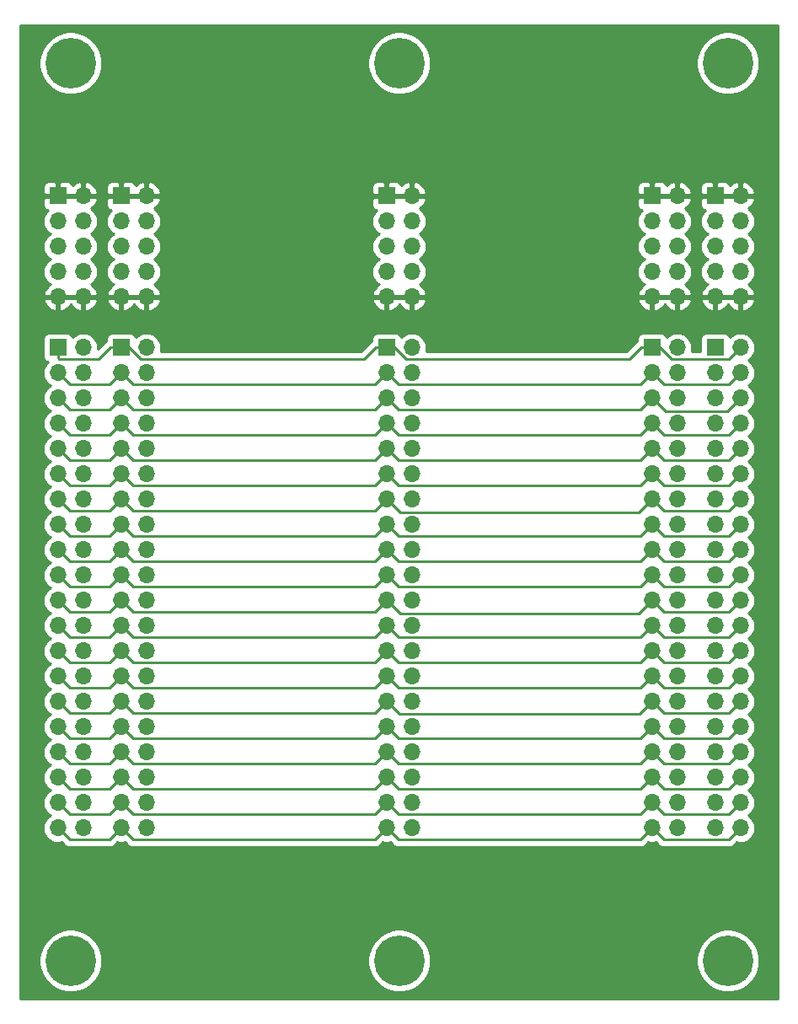
<source format=gbr>
G04 #@! TF.GenerationSoftware,KiCad,Pcbnew,(5.1.4)-1*
G04 #@! TF.CreationDate,2022-01-22T15:46:12+02:00*
G04 #@! TF.ProjectId,Backplane v2,4261636b-706c-4616-9e65-2076322e6b69,rev?*
G04 #@! TF.SameCoordinates,Original*
G04 #@! TF.FileFunction,Copper,L2,Bot*
G04 #@! TF.FilePolarity,Positive*
%FSLAX46Y46*%
G04 Gerber Fmt 4.6, Leading zero omitted, Abs format (unit mm)*
G04 Created by KiCad (PCBNEW (5.1.4)-1) date 2022-01-22 15:46:12*
%MOMM*%
%LPD*%
G04 APERTURE LIST*
%ADD10R,1.700000X1.700000*%
%ADD11O,1.700000X1.700000*%
%ADD12C,5.080000*%
%ADD13C,0.250000*%
%ADD14C,0.254000*%
G04 APERTURE END LIST*
D10*
X87630000Y-63500000D03*
D11*
X90170000Y-63500000D03*
X87630000Y-66040000D03*
X90170000Y-66040000D03*
X87630000Y-68580000D03*
X90170000Y-68580000D03*
X87630000Y-71120000D03*
X90170000Y-71120000D03*
X87630000Y-73660000D03*
X90170000Y-73660000D03*
D10*
X87630000Y-78740000D03*
D11*
X90170000Y-78740000D03*
X87630000Y-81280000D03*
X90170000Y-81280000D03*
X87630000Y-83820000D03*
X90170000Y-83820000D03*
X87630000Y-86360000D03*
X90170000Y-86360000D03*
X87630000Y-88900000D03*
X90170000Y-88900000D03*
X87630000Y-91440000D03*
X90170000Y-91440000D03*
X87630000Y-93980000D03*
X90170000Y-93980000D03*
X87630000Y-96520000D03*
X90170000Y-96520000D03*
X87630000Y-99060000D03*
X90170000Y-99060000D03*
X87630000Y-101600000D03*
X90170000Y-101600000D03*
X87630000Y-104140000D03*
X90170000Y-104140000D03*
X87630000Y-106680000D03*
X90170000Y-106680000D03*
X87630000Y-109220000D03*
X90170000Y-109220000D03*
X87630000Y-111760000D03*
X90170000Y-111760000D03*
X87630000Y-114300000D03*
X90170000Y-114300000D03*
X87630000Y-116840000D03*
X90170000Y-116840000D03*
X87630000Y-119380000D03*
X90170000Y-119380000D03*
X87630000Y-121920000D03*
X90170000Y-121920000D03*
X87630000Y-124460000D03*
X90170000Y-124460000D03*
X87630000Y-127000000D03*
X90170000Y-127000000D03*
X96520000Y-73660000D03*
X93980000Y-73660000D03*
X96520000Y-71120000D03*
X93980000Y-71120000D03*
X96520000Y-68580000D03*
X93980000Y-68580000D03*
X96520000Y-66040000D03*
X93980000Y-66040000D03*
X96520000Y-63500000D03*
D10*
X93980000Y-63500000D03*
D11*
X96520000Y-127000000D03*
X93980000Y-127000000D03*
X96520000Y-124460000D03*
X93980000Y-124460000D03*
X96520000Y-121920000D03*
X93980000Y-121920000D03*
X96520000Y-119380000D03*
X93980000Y-119380000D03*
X96520000Y-116840000D03*
X93980000Y-116840000D03*
X96520000Y-114300000D03*
X93980000Y-114300000D03*
X96520000Y-111760000D03*
X93980000Y-111760000D03*
X96520000Y-109220000D03*
X93980000Y-109220000D03*
X96520000Y-106680000D03*
X93980000Y-106680000D03*
X96520000Y-104140000D03*
X93980000Y-104140000D03*
X96520000Y-101600000D03*
X93980000Y-101600000D03*
X96520000Y-99060000D03*
X93980000Y-99060000D03*
X96520000Y-96520000D03*
X93980000Y-96520000D03*
X96520000Y-93980000D03*
X93980000Y-93980000D03*
X96520000Y-91440000D03*
X93980000Y-91440000D03*
X96520000Y-88900000D03*
X93980000Y-88900000D03*
X96520000Y-86360000D03*
X93980000Y-86360000D03*
X96520000Y-83820000D03*
X93980000Y-83820000D03*
X96520000Y-81280000D03*
X93980000Y-81280000D03*
X96520000Y-78740000D03*
D10*
X93980000Y-78740000D03*
X120650000Y-63500000D03*
D11*
X123190000Y-63500000D03*
X120650000Y-66040000D03*
X123190000Y-66040000D03*
X120650000Y-68580000D03*
X123190000Y-68580000D03*
X120650000Y-71120000D03*
X123190000Y-71120000D03*
X120650000Y-73660000D03*
X123190000Y-73660000D03*
D10*
X120650000Y-78740000D03*
D11*
X123190000Y-78740000D03*
X120650000Y-81280000D03*
X123190000Y-81280000D03*
X120650000Y-83820000D03*
X123190000Y-83820000D03*
X120650000Y-86360000D03*
X123190000Y-86360000D03*
X120650000Y-88900000D03*
X123190000Y-88900000D03*
X120650000Y-91440000D03*
X123190000Y-91440000D03*
X120650000Y-93980000D03*
X123190000Y-93980000D03*
X120650000Y-96520000D03*
X123190000Y-96520000D03*
X120650000Y-99060000D03*
X123190000Y-99060000D03*
X120650000Y-101600000D03*
X123190000Y-101600000D03*
X120650000Y-104140000D03*
X123190000Y-104140000D03*
X120650000Y-106680000D03*
X123190000Y-106680000D03*
X120650000Y-109220000D03*
X123190000Y-109220000D03*
X120650000Y-111760000D03*
X123190000Y-111760000D03*
X120650000Y-114300000D03*
X123190000Y-114300000D03*
X120650000Y-116840000D03*
X123190000Y-116840000D03*
X120650000Y-119380000D03*
X123190000Y-119380000D03*
X120650000Y-121920000D03*
X123190000Y-121920000D03*
X120650000Y-124460000D03*
X123190000Y-124460000D03*
X120650000Y-127000000D03*
X123190000Y-127000000D03*
X149860000Y-73660000D03*
X147320000Y-73660000D03*
X149860000Y-71120000D03*
X147320000Y-71120000D03*
X149860000Y-68580000D03*
X147320000Y-68580000D03*
X149860000Y-66040000D03*
X147320000Y-66040000D03*
X149860000Y-63500000D03*
D10*
X147320000Y-63500000D03*
D11*
X149860000Y-127000000D03*
X147320000Y-127000000D03*
X149860000Y-124460000D03*
X147320000Y-124460000D03*
X149860000Y-121920000D03*
X147320000Y-121920000D03*
X149860000Y-119380000D03*
X147320000Y-119380000D03*
X149860000Y-116840000D03*
X147320000Y-116840000D03*
X149860000Y-114300000D03*
X147320000Y-114300000D03*
X149860000Y-111760000D03*
X147320000Y-111760000D03*
X149860000Y-109220000D03*
X147320000Y-109220000D03*
X149860000Y-106680000D03*
X147320000Y-106680000D03*
X149860000Y-104140000D03*
X147320000Y-104140000D03*
X149860000Y-101600000D03*
X147320000Y-101600000D03*
X149860000Y-99060000D03*
X147320000Y-99060000D03*
X149860000Y-96520000D03*
X147320000Y-96520000D03*
X149860000Y-93980000D03*
X147320000Y-93980000D03*
X149860000Y-91440000D03*
X147320000Y-91440000D03*
X149860000Y-88900000D03*
X147320000Y-88900000D03*
X149860000Y-86360000D03*
X147320000Y-86360000D03*
X149860000Y-83820000D03*
X147320000Y-83820000D03*
X149860000Y-81280000D03*
X147320000Y-81280000D03*
X149860000Y-78740000D03*
D10*
X147320000Y-78740000D03*
X153670000Y-63500000D03*
D11*
X156210000Y-63500000D03*
X153670000Y-66040000D03*
X156210000Y-66040000D03*
X153670000Y-68580000D03*
X156210000Y-68580000D03*
X153670000Y-71120000D03*
X156210000Y-71120000D03*
X153670000Y-73660000D03*
X156210000Y-73660000D03*
D10*
X153670000Y-78740000D03*
D11*
X156210000Y-78740000D03*
X153670000Y-81280000D03*
X156210000Y-81280000D03*
X153670000Y-83820000D03*
X156210000Y-83820000D03*
X153670000Y-86360000D03*
X156210000Y-86360000D03*
X153670000Y-88900000D03*
X156210000Y-88900000D03*
X153670000Y-91440000D03*
X156210000Y-91440000D03*
X153670000Y-93980000D03*
X156210000Y-93980000D03*
X153670000Y-96520000D03*
X156210000Y-96520000D03*
X153670000Y-99060000D03*
X156210000Y-99060000D03*
X153670000Y-101600000D03*
X156210000Y-101600000D03*
X153670000Y-104140000D03*
X156210000Y-104140000D03*
X153670000Y-106680000D03*
X156210000Y-106680000D03*
X153670000Y-109220000D03*
X156210000Y-109220000D03*
X153670000Y-111760000D03*
X156210000Y-111760000D03*
X153670000Y-114300000D03*
X156210000Y-114300000D03*
X153670000Y-116840000D03*
X156210000Y-116840000D03*
X153670000Y-119380000D03*
X156210000Y-119380000D03*
X153670000Y-121920000D03*
X156210000Y-121920000D03*
X153670000Y-124460000D03*
X156210000Y-124460000D03*
X153670000Y-127000000D03*
X156210000Y-127000000D03*
D12*
X121920000Y-50165000D03*
X88900000Y-50165000D03*
X154940000Y-50165000D03*
X154940000Y-140335000D03*
X121920000Y-140335000D03*
X88900000Y-140335000D03*
D13*
X92880000Y-78740000D02*
X93980000Y-78740000D01*
X91704999Y-79915001D02*
X92880000Y-78740000D01*
X87705001Y-79915001D02*
X91704999Y-79915001D01*
X87630000Y-79840000D02*
X87705001Y-79915001D01*
X87630000Y-78740000D02*
X87630000Y-79840000D01*
X119550000Y-78740000D02*
X120650000Y-78740000D01*
X118374999Y-79915001D02*
X119550000Y-78740000D01*
X95955999Y-79915001D02*
X118374999Y-79915001D01*
X94780998Y-78740000D02*
X95955999Y-79915001D01*
X93980000Y-78740000D02*
X94780998Y-78740000D01*
X146220000Y-78740000D02*
X147320000Y-78740000D01*
X145044999Y-79915001D02*
X146220000Y-78740000D01*
X122625999Y-79915001D02*
X145044999Y-79915001D01*
X121450998Y-78740000D02*
X122625999Y-79915001D01*
X120650000Y-78740000D02*
X121450998Y-78740000D01*
X155360001Y-79589999D02*
X156210000Y-78740000D01*
X155034999Y-79915001D02*
X155360001Y-79589999D01*
X149295999Y-79915001D02*
X155034999Y-79915001D01*
X148120998Y-78740000D02*
X149295999Y-79915001D01*
X147320000Y-78740000D02*
X148120998Y-78740000D01*
X93130001Y-82129999D02*
X93980000Y-81280000D01*
X92804999Y-82455001D02*
X93130001Y-82129999D01*
X88805001Y-82455001D02*
X92804999Y-82455001D01*
X87630000Y-81280000D02*
X88805001Y-82455001D01*
X119800001Y-82129999D02*
X120650000Y-81280000D01*
X119474999Y-82455001D02*
X119800001Y-82129999D01*
X95155001Y-82455001D02*
X119474999Y-82455001D01*
X93980000Y-81280000D02*
X95155001Y-82455001D01*
X146470001Y-82129999D02*
X147320000Y-81280000D01*
X146144999Y-82455001D02*
X146470001Y-82129999D01*
X121825001Y-82455001D02*
X146144999Y-82455001D01*
X120650000Y-81280000D02*
X121825001Y-82455001D01*
X155360001Y-82129999D02*
X156210000Y-81280000D01*
X155034999Y-82455001D02*
X155360001Y-82129999D01*
X148495001Y-82455001D02*
X155034999Y-82455001D01*
X147320000Y-81280000D02*
X148495001Y-82455001D01*
X148169999Y-84669999D02*
X147320000Y-83820000D01*
X148684999Y-85184999D02*
X148169999Y-84669999D01*
X154845001Y-85184999D02*
X148684999Y-85184999D01*
X156210000Y-83820000D02*
X154845001Y-85184999D01*
X93130001Y-84669999D02*
X93980000Y-83820000D01*
X92804999Y-84995001D02*
X93130001Y-84669999D01*
X88805001Y-84995001D02*
X92804999Y-84995001D01*
X87630000Y-83820000D02*
X88805001Y-84995001D01*
X119800001Y-84669999D02*
X120650000Y-83820000D01*
X119474999Y-84995001D02*
X119800001Y-84669999D01*
X95155001Y-84995001D02*
X119474999Y-84995001D01*
X93980000Y-83820000D02*
X95155001Y-84995001D01*
X146470001Y-84669999D02*
X147320000Y-83820000D01*
X146144999Y-84995001D02*
X146470001Y-84669999D01*
X121825001Y-84995001D02*
X146144999Y-84995001D01*
X120650000Y-83820000D02*
X121825001Y-84995001D01*
X93130001Y-87209999D02*
X93980000Y-86360000D01*
X92804999Y-87535001D02*
X93130001Y-87209999D01*
X88805001Y-87535001D02*
X92804999Y-87535001D01*
X87630000Y-86360000D02*
X88805001Y-87535001D01*
X119800001Y-87209999D02*
X120650000Y-86360000D01*
X119474999Y-87535001D02*
X119800001Y-87209999D01*
X95155001Y-87535001D02*
X119474999Y-87535001D01*
X93980000Y-86360000D02*
X95155001Y-87535001D01*
X146470001Y-87209999D02*
X147320000Y-86360000D01*
X146144999Y-87535001D02*
X146470001Y-87209999D01*
X121825001Y-87535001D02*
X146144999Y-87535001D01*
X120650000Y-86360000D02*
X121825001Y-87535001D01*
X155360001Y-87209999D02*
X156210000Y-86360000D01*
X155034999Y-87535001D02*
X155360001Y-87209999D01*
X148495001Y-87535001D02*
X155034999Y-87535001D01*
X147320000Y-86360000D02*
X148495001Y-87535001D01*
X93130001Y-89749999D02*
X93980000Y-88900000D01*
X92804999Y-90075001D02*
X93130001Y-89749999D01*
X88805001Y-90075001D02*
X92804999Y-90075001D01*
X87630000Y-88900000D02*
X88805001Y-90075001D01*
X119800001Y-89749999D02*
X120650000Y-88900000D01*
X119474999Y-90075001D02*
X119800001Y-89749999D01*
X95155001Y-90075001D02*
X119474999Y-90075001D01*
X93980000Y-88900000D02*
X95155001Y-90075001D01*
X155360001Y-89749999D02*
X156210000Y-88900000D01*
X155034999Y-90075001D02*
X155360001Y-89749999D01*
X148495001Y-90075001D02*
X155034999Y-90075001D01*
X147320000Y-88900000D02*
X148495001Y-90075001D01*
X146470001Y-89749999D02*
X147320000Y-88900000D01*
X146144999Y-90075001D02*
X146470001Y-89749999D01*
X121825001Y-90075001D02*
X146144999Y-90075001D01*
X120650000Y-88900000D02*
X121825001Y-90075001D01*
X93130001Y-92289999D02*
X93980000Y-91440000D01*
X92804999Y-92615001D02*
X93130001Y-92289999D01*
X88805001Y-92615001D02*
X92804999Y-92615001D01*
X87630000Y-91440000D02*
X88805001Y-92615001D01*
X119800001Y-92289999D02*
X120650000Y-91440000D01*
X119474999Y-92615001D02*
X119800001Y-92289999D01*
X95155001Y-92615001D02*
X119474999Y-92615001D01*
X93980000Y-91440000D02*
X95155001Y-92615001D01*
X146470001Y-92289999D02*
X147320000Y-91440000D01*
X146144999Y-92615001D02*
X146470001Y-92289999D01*
X121825001Y-92615001D02*
X146144999Y-92615001D01*
X120650000Y-91440000D02*
X121825001Y-92615001D01*
X155360001Y-92289999D02*
X156210000Y-91440000D01*
X155034999Y-92615001D02*
X155360001Y-92289999D01*
X148495001Y-92615001D02*
X155034999Y-92615001D01*
X147320000Y-91440000D02*
X148495001Y-92615001D01*
X93130001Y-94829999D02*
X93980000Y-93980000D01*
X92804999Y-95155001D02*
X93130001Y-94829999D01*
X88805001Y-95155001D02*
X92804999Y-95155001D01*
X87630000Y-93980000D02*
X88805001Y-95155001D01*
X119800001Y-94829999D02*
X120650000Y-93980000D01*
X119474999Y-95155001D02*
X119800001Y-94829999D01*
X95155001Y-95155001D02*
X119474999Y-95155001D01*
X93980000Y-93980000D02*
X95155001Y-95155001D01*
X146470001Y-94829999D02*
X147320000Y-93980000D01*
X145955001Y-95344999D02*
X146470001Y-94829999D01*
X122014999Y-95344999D02*
X145955001Y-95344999D01*
X120650000Y-93980000D02*
X122014999Y-95344999D01*
X155360001Y-94829999D02*
X156210000Y-93980000D01*
X155034999Y-95155001D02*
X155360001Y-94829999D01*
X148495001Y-95155001D02*
X155034999Y-95155001D01*
X147320000Y-93980000D02*
X148495001Y-95155001D01*
X93130001Y-97369999D02*
X93980000Y-96520000D01*
X92804999Y-97695001D02*
X93130001Y-97369999D01*
X88805001Y-97695001D02*
X92804999Y-97695001D01*
X87630000Y-96520000D02*
X88805001Y-97695001D01*
X119800001Y-97369999D02*
X120650000Y-96520000D01*
X119474999Y-97695001D02*
X119800001Y-97369999D01*
X95155001Y-97695001D02*
X119474999Y-97695001D01*
X93980000Y-96520000D02*
X95155001Y-97695001D01*
X146470001Y-97369999D02*
X147320000Y-96520000D01*
X146144999Y-97695001D02*
X146470001Y-97369999D01*
X121825001Y-97695001D02*
X146144999Y-97695001D01*
X120650000Y-96520000D02*
X121825001Y-97695001D01*
X155360001Y-97369999D02*
X156210000Y-96520000D01*
X155034999Y-97695001D02*
X155360001Y-97369999D01*
X148495001Y-97695001D02*
X155034999Y-97695001D01*
X147320000Y-96520000D02*
X148495001Y-97695001D01*
X93130001Y-99909999D02*
X93980000Y-99060000D01*
X92804999Y-100235001D02*
X93130001Y-99909999D01*
X88805001Y-100235001D02*
X92804999Y-100235001D01*
X87630000Y-99060000D02*
X88805001Y-100235001D01*
X119800001Y-99909999D02*
X120650000Y-99060000D01*
X119474999Y-100235001D02*
X119800001Y-99909999D01*
X95155001Y-100235001D02*
X119474999Y-100235001D01*
X93980000Y-99060000D02*
X95155001Y-100235001D01*
X146470001Y-99909999D02*
X147320000Y-99060000D01*
X146144999Y-100235001D02*
X146470001Y-99909999D01*
X121825001Y-100235001D02*
X146144999Y-100235001D01*
X120650000Y-99060000D02*
X121825001Y-100235001D01*
X155360001Y-99909999D02*
X156210000Y-99060000D01*
X155034999Y-100235001D02*
X155360001Y-99909999D01*
X148495001Y-100235001D02*
X155034999Y-100235001D01*
X147320000Y-99060000D02*
X148495001Y-100235001D01*
X93130001Y-102449999D02*
X93980000Y-101600000D01*
X92804999Y-102775001D02*
X93130001Y-102449999D01*
X88805001Y-102775001D02*
X92804999Y-102775001D01*
X87630000Y-101600000D02*
X88805001Y-102775001D01*
X119800001Y-102449999D02*
X120650000Y-101600000D01*
X119474999Y-102775001D02*
X119800001Y-102449999D01*
X95155001Y-102775001D02*
X119474999Y-102775001D01*
X93980000Y-101600000D02*
X95155001Y-102775001D01*
X146470001Y-102449999D02*
X147320000Y-101600000D01*
X146144999Y-102775001D02*
X146470001Y-102449999D01*
X121825001Y-102775001D02*
X146144999Y-102775001D01*
X120650000Y-101600000D02*
X121825001Y-102775001D01*
X155360001Y-102449999D02*
X156210000Y-101600000D01*
X155034999Y-102775001D02*
X155360001Y-102449999D01*
X148495001Y-102775001D02*
X155034999Y-102775001D01*
X147320000Y-101600000D02*
X148495001Y-102775001D01*
X93130001Y-104989999D02*
X93980000Y-104140000D01*
X92804999Y-105315001D02*
X93130001Y-104989999D01*
X88805001Y-105315001D02*
X92804999Y-105315001D01*
X87630000Y-104140000D02*
X88805001Y-105315001D01*
X119800001Y-104989999D02*
X120650000Y-104140000D01*
X119474999Y-105315001D02*
X119800001Y-104989999D01*
X95155001Y-105315001D02*
X119474999Y-105315001D01*
X93980000Y-104140000D02*
X95155001Y-105315001D01*
X146470001Y-104989999D02*
X147320000Y-104140000D01*
X145955001Y-105504999D02*
X146470001Y-104989999D01*
X122014999Y-105504999D02*
X145955001Y-105504999D01*
X120650000Y-104140000D02*
X122014999Y-105504999D01*
X155360001Y-104989999D02*
X156210000Y-104140000D01*
X155034999Y-105315001D02*
X155360001Y-104989999D01*
X148495001Y-105315001D02*
X155034999Y-105315001D01*
X147320000Y-104140000D02*
X148495001Y-105315001D01*
X93130001Y-107529999D02*
X93980000Y-106680000D01*
X92804999Y-107855001D02*
X93130001Y-107529999D01*
X88805001Y-107855001D02*
X92804999Y-107855001D01*
X87630000Y-106680000D02*
X88805001Y-107855001D01*
X119800001Y-107529999D02*
X120650000Y-106680000D01*
X119474999Y-107855001D02*
X119800001Y-107529999D01*
X95155001Y-107855001D02*
X119474999Y-107855001D01*
X93980000Y-106680000D02*
X95155001Y-107855001D01*
X146470001Y-107529999D02*
X147320000Y-106680000D01*
X146144999Y-107855001D02*
X146470001Y-107529999D01*
X121825001Y-107855001D02*
X146144999Y-107855001D01*
X120650000Y-106680000D02*
X121825001Y-107855001D01*
X155360001Y-107529999D02*
X156210000Y-106680000D01*
X155034999Y-107855001D02*
X155360001Y-107529999D01*
X148495001Y-107855001D02*
X155034999Y-107855001D01*
X147320000Y-106680000D02*
X148495001Y-107855001D01*
X93130001Y-110069999D02*
X93980000Y-109220000D01*
X92804999Y-110395001D02*
X93130001Y-110069999D01*
X88805001Y-110395001D02*
X92804999Y-110395001D01*
X87630000Y-109220000D02*
X88805001Y-110395001D01*
X119800001Y-110069999D02*
X120650000Y-109220000D01*
X119474999Y-110395001D02*
X119800001Y-110069999D01*
X95155001Y-110395001D02*
X119474999Y-110395001D01*
X93980000Y-109220000D02*
X95155001Y-110395001D01*
X146470001Y-110069999D02*
X147320000Y-109220000D01*
X146144999Y-110395001D02*
X146470001Y-110069999D01*
X121825001Y-110395001D02*
X146144999Y-110395001D01*
X120650000Y-109220000D02*
X121825001Y-110395001D01*
X155360001Y-110069999D02*
X156210000Y-109220000D01*
X155034999Y-110395001D02*
X155360001Y-110069999D01*
X148495001Y-110395001D02*
X155034999Y-110395001D01*
X147320000Y-109220000D02*
X148495001Y-110395001D01*
X93130001Y-112609999D02*
X93980000Y-111760000D01*
X92804999Y-112935001D02*
X93130001Y-112609999D01*
X88805001Y-112935001D02*
X92804999Y-112935001D01*
X87630000Y-111760000D02*
X88805001Y-112935001D01*
X119800001Y-112609999D02*
X120650000Y-111760000D01*
X119474999Y-112935001D02*
X119800001Y-112609999D01*
X95155001Y-112935001D02*
X119474999Y-112935001D01*
X93980000Y-111760000D02*
X95155001Y-112935001D01*
X146470001Y-112609999D02*
X147320000Y-111760000D01*
X146144999Y-112935001D02*
X146470001Y-112609999D01*
X121825001Y-112935001D02*
X146144999Y-112935001D01*
X120650000Y-111760000D02*
X121825001Y-112935001D01*
X155360001Y-112609999D02*
X156210000Y-111760000D01*
X155034999Y-112935001D02*
X155360001Y-112609999D01*
X148495001Y-112935001D02*
X155034999Y-112935001D01*
X147320000Y-111760000D02*
X148495001Y-112935001D01*
X93130001Y-115149999D02*
X93980000Y-114300000D01*
X92804999Y-115475001D02*
X93130001Y-115149999D01*
X88805001Y-115475001D02*
X92804999Y-115475001D01*
X87630000Y-114300000D02*
X88805001Y-115475001D01*
X119800001Y-115149999D02*
X120650000Y-114300000D01*
X119474999Y-115475001D02*
X119800001Y-115149999D01*
X95155001Y-115475001D02*
X119474999Y-115475001D01*
X93980000Y-114300000D02*
X95155001Y-115475001D01*
X146470001Y-115149999D02*
X147320000Y-114300000D01*
X146050000Y-115570000D02*
X146470001Y-115149999D01*
X121920000Y-115570000D02*
X146050000Y-115570000D01*
X120650000Y-114300000D02*
X121920000Y-115570000D01*
X155360001Y-115149999D02*
X156210000Y-114300000D01*
X155034999Y-115475001D02*
X155360001Y-115149999D01*
X148495001Y-115475001D02*
X155034999Y-115475001D01*
X147320000Y-114300000D02*
X148495001Y-115475001D01*
X93130001Y-117689999D02*
X93980000Y-116840000D01*
X92804999Y-118015001D02*
X93130001Y-117689999D01*
X88805001Y-118015001D02*
X92804999Y-118015001D01*
X87630000Y-116840000D02*
X88805001Y-118015001D01*
X119800001Y-117689999D02*
X120650000Y-116840000D01*
X119474999Y-118015001D02*
X119800001Y-117689999D01*
X95155001Y-118015001D02*
X119474999Y-118015001D01*
X93980000Y-116840000D02*
X95155001Y-118015001D01*
X146470001Y-117689999D02*
X147320000Y-116840000D01*
X146144999Y-118015001D02*
X146470001Y-117689999D01*
X121825001Y-118015001D02*
X146144999Y-118015001D01*
X120650000Y-116840000D02*
X121825001Y-118015001D01*
X155360001Y-117689999D02*
X156210000Y-116840000D01*
X155034999Y-118015001D02*
X155360001Y-117689999D01*
X148495001Y-118015001D02*
X155034999Y-118015001D01*
X147320000Y-116840000D02*
X148495001Y-118015001D01*
X93130001Y-120229999D02*
X93980000Y-119380000D01*
X92804999Y-120555001D02*
X93130001Y-120229999D01*
X88805001Y-120555001D02*
X92804999Y-120555001D01*
X87630000Y-119380000D02*
X88805001Y-120555001D01*
X119800001Y-120229999D02*
X120650000Y-119380000D01*
X119474999Y-120555001D02*
X119800001Y-120229999D01*
X95155001Y-120555001D02*
X119474999Y-120555001D01*
X93980000Y-119380000D02*
X95155001Y-120555001D01*
X146470001Y-120229999D02*
X147320000Y-119380000D01*
X146144999Y-120555001D02*
X146470001Y-120229999D01*
X121825001Y-120555001D02*
X146144999Y-120555001D01*
X120650000Y-119380000D02*
X121825001Y-120555001D01*
X155360001Y-120229999D02*
X156210000Y-119380000D01*
X155034999Y-120555001D02*
X155360001Y-120229999D01*
X148495001Y-120555001D02*
X155034999Y-120555001D01*
X147320000Y-119380000D02*
X148495001Y-120555001D01*
X93130001Y-122769999D02*
X93980000Y-121920000D01*
X92804999Y-123095001D02*
X93130001Y-122769999D01*
X88805001Y-123095001D02*
X92804999Y-123095001D01*
X87630000Y-121920000D02*
X88805001Y-123095001D01*
X119800001Y-122769999D02*
X120650000Y-121920000D01*
X119474999Y-123095001D02*
X119800001Y-122769999D01*
X95155001Y-123095001D02*
X119474999Y-123095001D01*
X93980000Y-121920000D02*
X95155001Y-123095001D01*
X146470001Y-122769999D02*
X147320000Y-121920000D01*
X146144999Y-123095001D02*
X146470001Y-122769999D01*
X121825001Y-123095001D02*
X146144999Y-123095001D01*
X120650000Y-121920000D02*
X121825001Y-123095001D01*
X155034999Y-123095001D02*
X156210000Y-121920000D01*
X147320000Y-121920000D02*
X148495001Y-123095001D01*
X148495001Y-123095001D02*
X155034999Y-123095001D01*
X93130001Y-125309999D02*
X93980000Y-124460000D01*
X92804999Y-125635001D02*
X93130001Y-125309999D01*
X88805001Y-125635001D02*
X92804999Y-125635001D01*
X87630000Y-124460000D02*
X88805001Y-125635001D01*
X119800001Y-125309999D02*
X120650000Y-124460000D01*
X119474999Y-125635001D02*
X119800001Y-125309999D01*
X95155001Y-125635001D02*
X119474999Y-125635001D01*
X93980000Y-124460000D02*
X95155001Y-125635001D01*
X146470001Y-125309999D02*
X147320000Y-124460000D01*
X146144999Y-125635001D02*
X146470001Y-125309999D01*
X121825001Y-125635001D02*
X146144999Y-125635001D01*
X120650000Y-124460000D02*
X121825001Y-125635001D01*
X155360001Y-125309999D02*
X156210000Y-124460000D01*
X155034999Y-125635001D02*
X155360001Y-125309999D01*
X148495001Y-125635001D02*
X155034999Y-125635001D01*
X147320000Y-124460000D02*
X148495001Y-125635001D01*
X93130001Y-127849999D02*
X93980000Y-127000000D01*
X92804999Y-128175001D02*
X93130001Y-127849999D01*
X88805001Y-128175001D02*
X92804999Y-128175001D01*
X87630000Y-127000000D02*
X88805001Y-128175001D01*
X119800001Y-127849999D02*
X120650000Y-127000000D01*
X119474999Y-128175001D02*
X119800001Y-127849999D01*
X95155001Y-128175001D02*
X119474999Y-128175001D01*
X93980000Y-127000000D02*
X95155001Y-128175001D01*
X146470001Y-127849999D02*
X147320000Y-127000000D01*
X146144999Y-128175001D02*
X146470001Y-127849999D01*
X121825001Y-128175001D02*
X146144999Y-128175001D01*
X120650000Y-127000000D02*
X121825001Y-128175001D01*
X155360001Y-127849999D02*
X156210000Y-127000000D01*
X155034999Y-128175001D02*
X155360001Y-127849999D01*
X148495001Y-128175001D02*
X155034999Y-128175001D01*
X147320000Y-127000000D02*
X148495001Y-128175001D01*
D14*
G36*
X159995000Y-144120000D02*
G01*
X83845000Y-144120000D01*
X83845000Y-140022290D01*
X85725000Y-140022290D01*
X85725000Y-140647710D01*
X85847014Y-141261113D01*
X86086352Y-141838926D01*
X86433817Y-142358944D01*
X86876056Y-142801183D01*
X87396074Y-143148648D01*
X87973887Y-143387986D01*
X88587290Y-143510000D01*
X89212710Y-143510000D01*
X89826113Y-143387986D01*
X90403926Y-143148648D01*
X90923944Y-142801183D01*
X91366183Y-142358944D01*
X91713648Y-141838926D01*
X91952986Y-141261113D01*
X92075000Y-140647710D01*
X92075000Y-140022290D01*
X118745000Y-140022290D01*
X118745000Y-140647710D01*
X118867014Y-141261113D01*
X119106352Y-141838926D01*
X119453817Y-142358944D01*
X119896056Y-142801183D01*
X120416074Y-143148648D01*
X120993887Y-143387986D01*
X121607290Y-143510000D01*
X122232710Y-143510000D01*
X122846113Y-143387986D01*
X123423926Y-143148648D01*
X123943944Y-142801183D01*
X124386183Y-142358944D01*
X124733648Y-141838926D01*
X124972986Y-141261113D01*
X125095000Y-140647710D01*
X125095000Y-140022290D01*
X151765000Y-140022290D01*
X151765000Y-140647710D01*
X151887014Y-141261113D01*
X152126352Y-141838926D01*
X152473817Y-142358944D01*
X152916056Y-142801183D01*
X153436074Y-143148648D01*
X154013887Y-143387986D01*
X154627290Y-143510000D01*
X155252710Y-143510000D01*
X155866113Y-143387986D01*
X156443926Y-143148648D01*
X156963944Y-142801183D01*
X157406183Y-142358944D01*
X157753648Y-141838926D01*
X157992986Y-141261113D01*
X158115000Y-140647710D01*
X158115000Y-140022290D01*
X157992986Y-139408887D01*
X157753648Y-138831074D01*
X157406183Y-138311056D01*
X156963944Y-137868817D01*
X156443926Y-137521352D01*
X155866113Y-137282014D01*
X155252710Y-137160000D01*
X154627290Y-137160000D01*
X154013887Y-137282014D01*
X153436074Y-137521352D01*
X152916056Y-137868817D01*
X152473817Y-138311056D01*
X152126352Y-138831074D01*
X151887014Y-139408887D01*
X151765000Y-140022290D01*
X125095000Y-140022290D01*
X124972986Y-139408887D01*
X124733648Y-138831074D01*
X124386183Y-138311056D01*
X123943944Y-137868817D01*
X123423926Y-137521352D01*
X122846113Y-137282014D01*
X122232710Y-137160000D01*
X121607290Y-137160000D01*
X120993887Y-137282014D01*
X120416074Y-137521352D01*
X119896056Y-137868817D01*
X119453817Y-138311056D01*
X119106352Y-138831074D01*
X118867014Y-139408887D01*
X118745000Y-140022290D01*
X92075000Y-140022290D01*
X91952986Y-139408887D01*
X91713648Y-138831074D01*
X91366183Y-138311056D01*
X90923944Y-137868817D01*
X90403926Y-137521352D01*
X89826113Y-137282014D01*
X89212710Y-137160000D01*
X88587290Y-137160000D01*
X87973887Y-137282014D01*
X87396074Y-137521352D01*
X86876056Y-137868817D01*
X86433817Y-138311056D01*
X86086352Y-138831074D01*
X85847014Y-139408887D01*
X85725000Y-140022290D01*
X83845000Y-140022290D01*
X83845000Y-81280000D01*
X86137815Y-81280000D01*
X86166487Y-81571111D01*
X86251401Y-81851034D01*
X86389294Y-82109014D01*
X86574866Y-82335134D01*
X86800986Y-82520706D01*
X86855791Y-82550000D01*
X86800986Y-82579294D01*
X86574866Y-82764866D01*
X86389294Y-82990986D01*
X86251401Y-83248966D01*
X86166487Y-83528889D01*
X86137815Y-83820000D01*
X86166487Y-84111111D01*
X86251401Y-84391034D01*
X86389294Y-84649014D01*
X86574866Y-84875134D01*
X86800986Y-85060706D01*
X86855791Y-85090000D01*
X86800986Y-85119294D01*
X86574866Y-85304866D01*
X86389294Y-85530986D01*
X86251401Y-85788966D01*
X86166487Y-86068889D01*
X86137815Y-86360000D01*
X86166487Y-86651111D01*
X86251401Y-86931034D01*
X86389294Y-87189014D01*
X86574866Y-87415134D01*
X86800986Y-87600706D01*
X86855791Y-87630000D01*
X86800986Y-87659294D01*
X86574866Y-87844866D01*
X86389294Y-88070986D01*
X86251401Y-88328966D01*
X86166487Y-88608889D01*
X86137815Y-88900000D01*
X86166487Y-89191111D01*
X86251401Y-89471034D01*
X86389294Y-89729014D01*
X86574866Y-89955134D01*
X86800986Y-90140706D01*
X86855791Y-90170000D01*
X86800986Y-90199294D01*
X86574866Y-90384866D01*
X86389294Y-90610986D01*
X86251401Y-90868966D01*
X86166487Y-91148889D01*
X86137815Y-91440000D01*
X86166487Y-91731111D01*
X86251401Y-92011034D01*
X86389294Y-92269014D01*
X86574866Y-92495134D01*
X86800986Y-92680706D01*
X86855791Y-92710000D01*
X86800986Y-92739294D01*
X86574866Y-92924866D01*
X86389294Y-93150986D01*
X86251401Y-93408966D01*
X86166487Y-93688889D01*
X86137815Y-93980000D01*
X86166487Y-94271111D01*
X86251401Y-94551034D01*
X86389294Y-94809014D01*
X86574866Y-95035134D01*
X86800986Y-95220706D01*
X86855791Y-95250000D01*
X86800986Y-95279294D01*
X86574866Y-95464866D01*
X86389294Y-95690986D01*
X86251401Y-95948966D01*
X86166487Y-96228889D01*
X86137815Y-96520000D01*
X86166487Y-96811111D01*
X86251401Y-97091034D01*
X86389294Y-97349014D01*
X86574866Y-97575134D01*
X86800986Y-97760706D01*
X86855791Y-97790000D01*
X86800986Y-97819294D01*
X86574866Y-98004866D01*
X86389294Y-98230986D01*
X86251401Y-98488966D01*
X86166487Y-98768889D01*
X86137815Y-99060000D01*
X86166487Y-99351111D01*
X86251401Y-99631034D01*
X86389294Y-99889014D01*
X86574866Y-100115134D01*
X86800986Y-100300706D01*
X86855791Y-100330000D01*
X86800986Y-100359294D01*
X86574866Y-100544866D01*
X86389294Y-100770986D01*
X86251401Y-101028966D01*
X86166487Y-101308889D01*
X86137815Y-101600000D01*
X86166487Y-101891111D01*
X86251401Y-102171034D01*
X86389294Y-102429014D01*
X86574866Y-102655134D01*
X86800986Y-102840706D01*
X86855791Y-102870000D01*
X86800986Y-102899294D01*
X86574866Y-103084866D01*
X86389294Y-103310986D01*
X86251401Y-103568966D01*
X86166487Y-103848889D01*
X86137815Y-104140000D01*
X86166487Y-104431111D01*
X86251401Y-104711034D01*
X86389294Y-104969014D01*
X86574866Y-105195134D01*
X86800986Y-105380706D01*
X86855791Y-105410000D01*
X86800986Y-105439294D01*
X86574866Y-105624866D01*
X86389294Y-105850986D01*
X86251401Y-106108966D01*
X86166487Y-106388889D01*
X86137815Y-106680000D01*
X86166487Y-106971111D01*
X86251401Y-107251034D01*
X86389294Y-107509014D01*
X86574866Y-107735134D01*
X86800986Y-107920706D01*
X86855791Y-107950000D01*
X86800986Y-107979294D01*
X86574866Y-108164866D01*
X86389294Y-108390986D01*
X86251401Y-108648966D01*
X86166487Y-108928889D01*
X86137815Y-109220000D01*
X86166487Y-109511111D01*
X86251401Y-109791034D01*
X86389294Y-110049014D01*
X86574866Y-110275134D01*
X86800986Y-110460706D01*
X86855791Y-110490000D01*
X86800986Y-110519294D01*
X86574866Y-110704866D01*
X86389294Y-110930986D01*
X86251401Y-111188966D01*
X86166487Y-111468889D01*
X86137815Y-111760000D01*
X86166487Y-112051111D01*
X86251401Y-112331034D01*
X86389294Y-112589014D01*
X86574866Y-112815134D01*
X86800986Y-113000706D01*
X86855791Y-113030000D01*
X86800986Y-113059294D01*
X86574866Y-113244866D01*
X86389294Y-113470986D01*
X86251401Y-113728966D01*
X86166487Y-114008889D01*
X86137815Y-114300000D01*
X86166487Y-114591111D01*
X86251401Y-114871034D01*
X86389294Y-115129014D01*
X86574866Y-115355134D01*
X86800986Y-115540706D01*
X86855791Y-115570000D01*
X86800986Y-115599294D01*
X86574866Y-115784866D01*
X86389294Y-116010986D01*
X86251401Y-116268966D01*
X86166487Y-116548889D01*
X86137815Y-116840000D01*
X86166487Y-117131111D01*
X86251401Y-117411034D01*
X86389294Y-117669014D01*
X86574866Y-117895134D01*
X86800986Y-118080706D01*
X86855791Y-118110000D01*
X86800986Y-118139294D01*
X86574866Y-118324866D01*
X86389294Y-118550986D01*
X86251401Y-118808966D01*
X86166487Y-119088889D01*
X86137815Y-119380000D01*
X86166487Y-119671111D01*
X86251401Y-119951034D01*
X86389294Y-120209014D01*
X86574866Y-120435134D01*
X86800986Y-120620706D01*
X86855791Y-120650000D01*
X86800986Y-120679294D01*
X86574866Y-120864866D01*
X86389294Y-121090986D01*
X86251401Y-121348966D01*
X86166487Y-121628889D01*
X86137815Y-121920000D01*
X86166487Y-122211111D01*
X86251401Y-122491034D01*
X86389294Y-122749014D01*
X86574866Y-122975134D01*
X86800986Y-123160706D01*
X86855791Y-123190000D01*
X86800986Y-123219294D01*
X86574866Y-123404866D01*
X86389294Y-123630986D01*
X86251401Y-123888966D01*
X86166487Y-124168889D01*
X86137815Y-124460000D01*
X86166487Y-124751111D01*
X86251401Y-125031034D01*
X86389294Y-125289014D01*
X86574866Y-125515134D01*
X86800986Y-125700706D01*
X86855791Y-125730000D01*
X86800986Y-125759294D01*
X86574866Y-125944866D01*
X86389294Y-126170986D01*
X86251401Y-126428966D01*
X86166487Y-126708889D01*
X86137815Y-127000000D01*
X86166487Y-127291111D01*
X86251401Y-127571034D01*
X86389294Y-127829014D01*
X86574866Y-128055134D01*
X86800986Y-128240706D01*
X87058966Y-128378599D01*
X87338889Y-128463513D01*
X87557050Y-128485000D01*
X87702950Y-128485000D01*
X87921111Y-128463513D01*
X87995995Y-128440797D01*
X88241202Y-128686004D01*
X88265000Y-128715002D01*
X88380725Y-128809975D01*
X88512754Y-128880547D01*
X88656015Y-128924004D01*
X88767668Y-128935001D01*
X88767677Y-128935001D01*
X88805000Y-128938677D01*
X88842323Y-128935001D01*
X92767677Y-128935001D01*
X92804999Y-128938677D01*
X92842321Y-128935001D01*
X92842332Y-128935001D01*
X92953985Y-128924004D01*
X93097246Y-128880547D01*
X93229275Y-128809975D01*
X93345000Y-128715002D01*
X93368803Y-128685998D01*
X93614004Y-128440797D01*
X93688889Y-128463513D01*
X93907050Y-128485000D01*
X94052950Y-128485000D01*
X94271111Y-128463513D01*
X94345995Y-128440797D01*
X94591202Y-128686004D01*
X94615000Y-128715002D01*
X94730725Y-128809975D01*
X94862754Y-128880547D01*
X95006015Y-128924004D01*
X95117668Y-128935001D01*
X95117677Y-128935001D01*
X95155000Y-128938677D01*
X95192323Y-128935001D01*
X119437677Y-128935001D01*
X119474999Y-128938677D01*
X119512321Y-128935001D01*
X119512332Y-128935001D01*
X119623985Y-128924004D01*
X119767246Y-128880547D01*
X119899275Y-128809975D01*
X120015000Y-128715002D01*
X120038803Y-128685998D01*
X120284004Y-128440797D01*
X120358889Y-128463513D01*
X120577050Y-128485000D01*
X120722950Y-128485000D01*
X120941111Y-128463513D01*
X121015995Y-128440797D01*
X121261202Y-128686004D01*
X121285000Y-128715002D01*
X121400725Y-128809975D01*
X121532754Y-128880547D01*
X121676015Y-128924004D01*
X121787668Y-128935001D01*
X121787677Y-128935001D01*
X121825000Y-128938677D01*
X121862323Y-128935001D01*
X146107677Y-128935001D01*
X146144999Y-128938677D01*
X146182321Y-128935001D01*
X146182332Y-128935001D01*
X146293985Y-128924004D01*
X146437246Y-128880547D01*
X146569275Y-128809975D01*
X146685000Y-128715002D01*
X146708803Y-128685998D01*
X146954004Y-128440797D01*
X147028889Y-128463513D01*
X147247050Y-128485000D01*
X147392950Y-128485000D01*
X147611111Y-128463513D01*
X147685995Y-128440797D01*
X147931202Y-128686004D01*
X147955000Y-128715002D01*
X148070725Y-128809975D01*
X148202754Y-128880547D01*
X148346015Y-128924004D01*
X148457668Y-128935001D01*
X148457677Y-128935001D01*
X148495000Y-128938677D01*
X148532323Y-128935001D01*
X154997677Y-128935001D01*
X155034999Y-128938677D01*
X155072321Y-128935001D01*
X155072332Y-128935001D01*
X155183985Y-128924004D01*
X155327246Y-128880547D01*
X155459275Y-128809975D01*
X155575000Y-128715002D01*
X155598803Y-128685998D01*
X155844004Y-128440797D01*
X155918889Y-128463513D01*
X156137050Y-128485000D01*
X156282950Y-128485000D01*
X156501111Y-128463513D01*
X156781034Y-128378599D01*
X157039014Y-128240706D01*
X157265134Y-128055134D01*
X157450706Y-127829014D01*
X157588599Y-127571034D01*
X157673513Y-127291111D01*
X157702185Y-127000000D01*
X157673513Y-126708889D01*
X157588599Y-126428966D01*
X157450706Y-126170986D01*
X157265134Y-125944866D01*
X157039014Y-125759294D01*
X156984209Y-125730000D01*
X157039014Y-125700706D01*
X157265134Y-125515134D01*
X157450706Y-125289014D01*
X157588599Y-125031034D01*
X157673513Y-124751111D01*
X157702185Y-124460000D01*
X157673513Y-124168889D01*
X157588599Y-123888966D01*
X157450706Y-123630986D01*
X157265134Y-123404866D01*
X157039014Y-123219294D01*
X156984209Y-123190000D01*
X157039014Y-123160706D01*
X157265134Y-122975134D01*
X157450706Y-122749014D01*
X157588599Y-122491034D01*
X157673513Y-122211111D01*
X157702185Y-121920000D01*
X157673513Y-121628889D01*
X157588599Y-121348966D01*
X157450706Y-121090986D01*
X157265134Y-120864866D01*
X157039014Y-120679294D01*
X156984209Y-120650000D01*
X157039014Y-120620706D01*
X157265134Y-120435134D01*
X157450706Y-120209014D01*
X157588599Y-119951034D01*
X157673513Y-119671111D01*
X157702185Y-119380000D01*
X157673513Y-119088889D01*
X157588599Y-118808966D01*
X157450706Y-118550986D01*
X157265134Y-118324866D01*
X157039014Y-118139294D01*
X156984209Y-118110000D01*
X157039014Y-118080706D01*
X157265134Y-117895134D01*
X157450706Y-117669014D01*
X157588599Y-117411034D01*
X157673513Y-117131111D01*
X157702185Y-116840000D01*
X157673513Y-116548889D01*
X157588599Y-116268966D01*
X157450706Y-116010986D01*
X157265134Y-115784866D01*
X157039014Y-115599294D01*
X156984209Y-115570000D01*
X157039014Y-115540706D01*
X157265134Y-115355134D01*
X157450706Y-115129014D01*
X157588599Y-114871034D01*
X157673513Y-114591111D01*
X157702185Y-114300000D01*
X157673513Y-114008889D01*
X157588599Y-113728966D01*
X157450706Y-113470986D01*
X157265134Y-113244866D01*
X157039014Y-113059294D01*
X156984209Y-113030000D01*
X157039014Y-113000706D01*
X157265134Y-112815134D01*
X157450706Y-112589014D01*
X157588599Y-112331034D01*
X157673513Y-112051111D01*
X157702185Y-111760000D01*
X157673513Y-111468889D01*
X157588599Y-111188966D01*
X157450706Y-110930986D01*
X157265134Y-110704866D01*
X157039014Y-110519294D01*
X156984209Y-110490000D01*
X157039014Y-110460706D01*
X157265134Y-110275134D01*
X157450706Y-110049014D01*
X157588599Y-109791034D01*
X157673513Y-109511111D01*
X157702185Y-109220000D01*
X157673513Y-108928889D01*
X157588599Y-108648966D01*
X157450706Y-108390986D01*
X157265134Y-108164866D01*
X157039014Y-107979294D01*
X156984209Y-107950000D01*
X157039014Y-107920706D01*
X157265134Y-107735134D01*
X157450706Y-107509014D01*
X157588599Y-107251034D01*
X157673513Y-106971111D01*
X157702185Y-106680000D01*
X157673513Y-106388889D01*
X157588599Y-106108966D01*
X157450706Y-105850986D01*
X157265134Y-105624866D01*
X157039014Y-105439294D01*
X156984209Y-105410000D01*
X157039014Y-105380706D01*
X157265134Y-105195134D01*
X157450706Y-104969014D01*
X157588599Y-104711034D01*
X157673513Y-104431111D01*
X157702185Y-104140000D01*
X157673513Y-103848889D01*
X157588599Y-103568966D01*
X157450706Y-103310986D01*
X157265134Y-103084866D01*
X157039014Y-102899294D01*
X156984209Y-102870000D01*
X157039014Y-102840706D01*
X157265134Y-102655134D01*
X157450706Y-102429014D01*
X157588599Y-102171034D01*
X157673513Y-101891111D01*
X157702185Y-101600000D01*
X157673513Y-101308889D01*
X157588599Y-101028966D01*
X157450706Y-100770986D01*
X157265134Y-100544866D01*
X157039014Y-100359294D01*
X156984209Y-100330000D01*
X157039014Y-100300706D01*
X157265134Y-100115134D01*
X157450706Y-99889014D01*
X157588599Y-99631034D01*
X157673513Y-99351111D01*
X157702185Y-99060000D01*
X157673513Y-98768889D01*
X157588599Y-98488966D01*
X157450706Y-98230986D01*
X157265134Y-98004866D01*
X157039014Y-97819294D01*
X156984209Y-97790000D01*
X157039014Y-97760706D01*
X157265134Y-97575134D01*
X157450706Y-97349014D01*
X157588599Y-97091034D01*
X157673513Y-96811111D01*
X157702185Y-96520000D01*
X157673513Y-96228889D01*
X157588599Y-95948966D01*
X157450706Y-95690986D01*
X157265134Y-95464866D01*
X157039014Y-95279294D01*
X156984209Y-95250000D01*
X157039014Y-95220706D01*
X157265134Y-95035134D01*
X157450706Y-94809014D01*
X157588599Y-94551034D01*
X157673513Y-94271111D01*
X157702185Y-93980000D01*
X157673513Y-93688889D01*
X157588599Y-93408966D01*
X157450706Y-93150986D01*
X157265134Y-92924866D01*
X157039014Y-92739294D01*
X156984209Y-92710000D01*
X157039014Y-92680706D01*
X157265134Y-92495134D01*
X157450706Y-92269014D01*
X157588599Y-92011034D01*
X157673513Y-91731111D01*
X157702185Y-91440000D01*
X157673513Y-91148889D01*
X157588599Y-90868966D01*
X157450706Y-90610986D01*
X157265134Y-90384866D01*
X157039014Y-90199294D01*
X156984209Y-90170000D01*
X157039014Y-90140706D01*
X157265134Y-89955134D01*
X157450706Y-89729014D01*
X157588599Y-89471034D01*
X157673513Y-89191111D01*
X157702185Y-88900000D01*
X157673513Y-88608889D01*
X157588599Y-88328966D01*
X157450706Y-88070986D01*
X157265134Y-87844866D01*
X157039014Y-87659294D01*
X156984209Y-87630000D01*
X157039014Y-87600706D01*
X157265134Y-87415134D01*
X157450706Y-87189014D01*
X157588599Y-86931034D01*
X157673513Y-86651111D01*
X157702185Y-86360000D01*
X157673513Y-86068889D01*
X157588599Y-85788966D01*
X157450706Y-85530986D01*
X157265134Y-85304866D01*
X157039014Y-85119294D01*
X156984209Y-85090000D01*
X157039014Y-85060706D01*
X157265134Y-84875134D01*
X157450706Y-84649014D01*
X157588599Y-84391034D01*
X157673513Y-84111111D01*
X157702185Y-83820000D01*
X157673513Y-83528889D01*
X157588599Y-83248966D01*
X157450706Y-82990986D01*
X157265134Y-82764866D01*
X157039014Y-82579294D01*
X156984209Y-82550000D01*
X157039014Y-82520706D01*
X157265134Y-82335134D01*
X157450706Y-82109014D01*
X157588599Y-81851034D01*
X157673513Y-81571111D01*
X157702185Y-81280000D01*
X157673513Y-80988889D01*
X157588599Y-80708966D01*
X157450706Y-80450986D01*
X157265134Y-80224866D01*
X157039014Y-80039294D01*
X156984209Y-80010000D01*
X157039014Y-79980706D01*
X157265134Y-79795134D01*
X157450706Y-79569014D01*
X157588599Y-79311034D01*
X157673513Y-79031111D01*
X157702185Y-78740000D01*
X157673513Y-78448889D01*
X157588599Y-78168966D01*
X157450706Y-77910986D01*
X157265134Y-77684866D01*
X157039014Y-77499294D01*
X156781034Y-77361401D01*
X156501111Y-77276487D01*
X156282950Y-77255000D01*
X156137050Y-77255000D01*
X155918889Y-77276487D01*
X155638966Y-77361401D01*
X155380986Y-77499294D01*
X155154866Y-77684866D01*
X155130393Y-77714687D01*
X155109502Y-77645820D01*
X155050537Y-77535506D01*
X154971185Y-77438815D01*
X154874494Y-77359463D01*
X154764180Y-77300498D01*
X154644482Y-77264188D01*
X154520000Y-77251928D01*
X152820000Y-77251928D01*
X152695518Y-77264188D01*
X152575820Y-77300498D01*
X152465506Y-77359463D01*
X152368815Y-77438815D01*
X152289463Y-77535506D01*
X152230498Y-77645820D01*
X152194188Y-77765518D01*
X152181928Y-77890000D01*
X152181928Y-79155001D01*
X151285931Y-79155001D01*
X151323513Y-79031111D01*
X151352185Y-78740000D01*
X151323513Y-78448889D01*
X151238599Y-78168966D01*
X151100706Y-77910986D01*
X150915134Y-77684866D01*
X150689014Y-77499294D01*
X150431034Y-77361401D01*
X150151111Y-77276487D01*
X149932950Y-77255000D01*
X149787050Y-77255000D01*
X149568889Y-77276487D01*
X149288966Y-77361401D01*
X149030986Y-77499294D01*
X148804866Y-77684866D01*
X148780393Y-77714687D01*
X148759502Y-77645820D01*
X148700537Y-77535506D01*
X148621185Y-77438815D01*
X148524494Y-77359463D01*
X148414180Y-77300498D01*
X148294482Y-77264188D01*
X148170000Y-77251928D01*
X146470000Y-77251928D01*
X146345518Y-77264188D01*
X146225820Y-77300498D01*
X146115506Y-77359463D01*
X146018815Y-77438815D01*
X145939463Y-77535506D01*
X145880498Y-77645820D01*
X145844188Y-77765518D01*
X145831928Y-77890000D01*
X145831928Y-78085674D01*
X145795724Y-78105026D01*
X145679999Y-78199999D01*
X145656201Y-78228997D01*
X144730198Y-79155001D01*
X124615931Y-79155001D01*
X124653513Y-79031111D01*
X124682185Y-78740000D01*
X124653513Y-78448889D01*
X124568599Y-78168966D01*
X124430706Y-77910986D01*
X124245134Y-77684866D01*
X124019014Y-77499294D01*
X123761034Y-77361401D01*
X123481111Y-77276487D01*
X123262950Y-77255000D01*
X123117050Y-77255000D01*
X122898889Y-77276487D01*
X122618966Y-77361401D01*
X122360986Y-77499294D01*
X122134866Y-77684866D01*
X122110393Y-77714687D01*
X122089502Y-77645820D01*
X122030537Y-77535506D01*
X121951185Y-77438815D01*
X121854494Y-77359463D01*
X121744180Y-77300498D01*
X121624482Y-77264188D01*
X121500000Y-77251928D01*
X119800000Y-77251928D01*
X119675518Y-77264188D01*
X119555820Y-77300498D01*
X119445506Y-77359463D01*
X119348815Y-77438815D01*
X119269463Y-77535506D01*
X119210498Y-77645820D01*
X119174188Y-77765518D01*
X119161928Y-77890000D01*
X119161928Y-78085674D01*
X119125724Y-78105026D01*
X119009999Y-78199999D01*
X118986201Y-78228997D01*
X118060198Y-79155001D01*
X97945931Y-79155001D01*
X97983513Y-79031111D01*
X98012185Y-78740000D01*
X97983513Y-78448889D01*
X97898599Y-78168966D01*
X97760706Y-77910986D01*
X97575134Y-77684866D01*
X97349014Y-77499294D01*
X97091034Y-77361401D01*
X96811111Y-77276487D01*
X96592950Y-77255000D01*
X96447050Y-77255000D01*
X96228889Y-77276487D01*
X95948966Y-77361401D01*
X95690986Y-77499294D01*
X95464866Y-77684866D01*
X95440393Y-77714687D01*
X95419502Y-77645820D01*
X95360537Y-77535506D01*
X95281185Y-77438815D01*
X95184494Y-77359463D01*
X95074180Y-77300498D01*
X94954482Y-77264188D01*
X94830000Y-77251928D01*
X93130000Y-77251928D01*
X93005518Y-77264188D01*
X92885820Y-77300498D01*
X92775506Y-77359463D01*
X92678815Y-77438815D01*
X92599463Y-77535506D01*
X92540498Y-77645820D01*
X92504188Y-77765518D01*
X92491928Y-77890000D01*
X92491928Y-78085674D01*
X92455724Y-78105026D01*
X92339999Y-78199999D01*
X92316201Y-78228997D01*
X91646560Y-78898638D01*
X91662185Y-78740000D01*
X91633513Y-78448889D01*
X91548599Y-78168966D01*
X91410706Y-77910986D01*
X91225134Y-77684866D01*
X90999014Y-77499294D01*
X90741034Y-77361401D01*
X90461111Y-77276487D01*
X90242950Y-77255000D01*
X90097050Y-77255000D01*
X89878889Y-77276487D01*
X89598966Y-77361401D01*
X89340986Y-77499294D01*
X89114866Y-77684866D01*
X89090393Y-77714687D01*
X89069502Y-77645820D01*
X89010537Y-77535506D01*
X88931185Y-77438815D01*
X88834494Y-77359463D01*
X88724180Y-77300498D01*
X88604482Y-77264188D01*
X88480000Y-77251928D01*
X86780000Y-77251928D01*
X86655518Y-77264188D01*
X86535820Y-77300498D01*
X86425506Y-77359463D01*
X86328815Y-77438815D01*
X86249463Y-77535506D01*
X86190498Y-77645820D01*
X86154188Y-77765518D01*
X86141928Y-77890000D01*
X86141928Y-79590000D01*
X86154188Y-79714482D01*
X86190498Y-79834180D01*
X86249463Y-79944494D01*
X86328815Y-80041185D01*
X86425506Y-80120537D01*
X86535820Y-80179502D01*
X86604687Y-80200393D01*
X86574866Y-80224866D01*
X86389294Y-80450986D01*
X86251401Y-80708966D01*
X86166487Y-80988889D01*
X86137815Y-81280000D01*
X83845000Y-81280000D01*
X83845000Y-74016890D01*
X86188524Y-74016890D01*
X86233175Y-74164099D01*
X86358359Y-74426920D01*
X86532412Y-74660269D01*
X86748645Y-74855178D01*
X86998748Y-75004157D01*
X87273109Y-75101481D01*
X87503000Y-74980814D01*
X87503000Y-73787000D01*
X87757000Y-73787000D01*
X87757000Y-74980814D01*
X87986891Y-75101481D01*
X88261252Y-75004157D01*
X88511355Y-74855178D01*
X88727588Y-74660269D01*
X88900000Y-74429120D01*
X89072412Y-74660269D01*
X89288645Y-74855178D01*
X89538748Y-75004157D01*
X89813109Y-75101481D01*
X90043000Y-74980814D01*
X90043000Y-73787000D01*
X90297000Y-73787000D01*
X90297000Y-74980814D01*
X90526891Y-75101481D01*
X90801252Y-75004157D01*
X91051355Y-74855178D01*
X91267588Y-74660269D01*
X91441641Y-74426920D01*
X91566825Y-74164099D01*
X91611476Y-74016890D01*
X92538524Y-74016890D01*
X92583175Y-74164099D01*
X92708359Y-74426920D01*
X92882412Y-74660269D01*
X93098645Y-74855178D01*
X93348748Y-75004157D01*
X93623109Y-75101481D01*
X93853000Y-74980814D01*
X93853000Y-73787000D01*
X94107000Y-73787000D01*
X94107000Y-74980814D01*
X94336891Y-75101481D01*
X94611252Y-75004157D01*
X94861355Y-74855178D01*
X95077588Y-74660269D01*
X95250000Y-74429120D01*
X95422412Y-74660269D01*
X95638645Y-74855178D01*
X95888748Y-75004157D01*
X96163109Y-75101481D01*
X96393000Y-74980814D01*
X96393000Y-73787000D01*
X96647000Y-73787000D01*
X96647000Y-74980814D01*
X96876891Y-75101481D01*
X97151252Y-75004157D01*
X97401355Y-74855178D01*
X97617588Y-74660269D01*
X97791641Y-74426920D01*
X97916825Y-74164099D01*
X97961476Y-74016890D01*
X119208524Y-74016890D01*
X119253175Y-74164099D01*
X119378359Y-74426920D01*
X119552412Y-74660269D01*
X119768645Y-74855178D01*
X120018748Y-75004157D01*
X120293109Y-75101481D01*
X120523000Y-74980814D01*
X120523000Y-73787000D01*
X120777000Y-73787000D01*
X120777000Y-74980814D01*
X121006891Y-75101481D01*
X121281252Y-75004157D01*
X121531355Y-74855178D01*
X121747588Y-74660269D01*
X121920000Y-74429120D01*
X122092412Y-74660269D01*
X122308645Y-74855178D01*
X122558748Y-75004157D01*
X122833109Y-75101481D01*
X123063000Y-74980814D01*
X123063000Y-73787000D01*
X123317000Y-73787000D01*
X123317000Y-74980814D01*
X123546891Y-75101481D01*
X123821252Y-75004157D01*
X124071355Y-74855178D01*
X124287588Y-74660269D01*
X124461641Y-74426920D01*
X124586825Y-74164099D01*
X124631476Y-74016890D01*
X145878524Y-74016890D01*
X145923175Y-74164099D01*
X146048359Y-74426920D01*
X146222412Y-74660269D01*
X146438645Y-74855178D01*
X146688748Y-75004157D01*
X146963109Y-75101481D01*
X147193000Y-74980814D01*
X147193000Y-73787000D01*
X147447000Y-73787000D01*
X147447000Y-74980814D01*
X147676891Y-75101481D01*
X147951252Y-75004157D01*
X148201355Y-74855178D01*
X148417588Y-74660269D01*
X148590000Y-74429120D01*
X148762412Y-74660269D01*
X148978645Y-74855178D01*
X149228748Y-75004157D01*
X149503109Y-75101481D01*
X149733000Y-74980814D01*
X149733000Y-73787000D01*
X149987000Y-73787000D01*
X149987000Y-74980814D01*
X150216891Y-75101481D01*
X150491252Y-75004157D01*
X150741355Y-74855178D01*
X150957588Y-74660269D01*
X151131641Y-74426920D01*
X151256825Y-74164099D01*
X151301476Y-74016890D01*
X152228524Y-74016890D01*
X152273175Y-74164099D01*
X152398359Y-74426920D01*
X152572412Y-74660269D01*
X152788645Y-74855178D01*
X153038748Y-75004157D01*
X153313109Y-75101481D01*
X153543000Y-74980814D01*
X153543000Y-73787000D01*
X153797000Y-73787000D01*
X153797000Y-74980814D01*
X154026891Y-75101481D01*
X154301252Y-75004157D01*
X154551355Y-74855178D01*
X154767588Y-74660269D01*
X154940000Y-74429120D01*
X155112412Y-74660269D01*
X155328645Y-74855178D01*
X155578748Y-75004157D01*
X155853109Y-75101481D01*
X156083000Y-74980814D01*
X156083000Y-73787000D01*
X156337000Y-73787000D01*
X156337000Y-74980814D01*
X156566891Y-75101481D01*
X156841252Y-75004157D01*
X157091355Y-74855178D01*
X157307588Y-74660269D01*
X157481641Y-74426920D01*
X157606825Y-74164099D01*
X157651476Y-74016890D01*
X157530155Y-73787000D01*
X156337000Y-73787000D01*
X156083000Y-73787000D01*
X153797000Y-73787000D01*
X153543000Y-73787000D01*
X152349845Y-73787000D01*
X152228524Y-74016890D01*
X151301476Y-74016890D01*
X151180155Y-73787000D01*
X149987000Y-73787000D01*
X149733000Y-73787000D01*
X147447000Y-73787000D01*
X147193000Y-73787000D01*
X145999845Y-73787000D01*
X145878524Y-74016890D01*
X124631476Y-74016890D01*
X124510155Y-73787000D01*
X123317000Y-73787000D01*
X123063000Y-73787000D01*
X120777000Y-73787000D01*
X120523000Y-73787000D01*
X119329845Y-73787000D01*
X119208524Y-74016890D01*
X97961476Y-74016890D01*
X97840155Y-73787000D01*
X96647000Y-73787000D01*
X96393000Y-73787000D01*
X94107000Y-73787000D01*
X93853000Y-73787000D01*
X92659845Y-73787000D01*
X92538524Y-74016890D01*
X91611476Y-74016890D01*
X91490155Y-73787000D01*
X90297000Y-73787000D01*
X90043000Y-73787000D01*
X87757000Y-73787000D01*
X87503000Y-73787000D01*
X86309845Y-73787000D01*
X86188524Y-74016890D01*
X83845000Y-74016890D01*
X83845000Y-66040000D01*
X86137815Y-66040000D01*
X86166487Y-66331111D01*
X86251401Y-66611034D01*
X86389294Y-66869014D01*
X86574866Y-67095134D01*
X86800986Y-67280706D01*
X86855791Y-67310000D01*
X86800986Y-67339294D01*
X86574866Y-67524866D01*
X86389294Y-67750986D01*
X86251401Y-68008966D01*
X86166487Y-68288889D01*
X86137815Y-68580000D01*
X86166487Y-68871111D01*
X86251401Y-69151034D01*
X86389294Y-69409014D01*
X86574866Y-69635134D01*
X86800986Y-69820706D01*
X86855791Y-69850000D01*
X86800986Y-69879294D01*
X86574866Y-70064866D01*
X86389294Y-70290986D01*
X86251401Y-70548966D01*
X86166487Y-70828889D01*
X86137815Y-71120000D01*
X86166487Y-71411111D01*
X86251401Y-71691034D01*
X86389294Y-71949014D01*
X86574866Y-72175134D01*
X86800986Y-72360706D01*
X86865523Y-72395201D01*
X86748645Y-72464822D01*
X86532412Y-72659731D01*
X86358359Y-72893080D01*
X86233175Y-73155901D01*
X86188524Y-73303110D01*
X86309845Y-73533000D01*
X87503000Y-73533000D01*
X87503000Y-73513000D01*
X87757000Y-73513000D01*
X87757000Y-73533000D01*
X90043000Y-73533000D01*
X90043000Y-73513000D01*
X90297000Y-73513000D01*
X90297000Y-73533000D01*
X91490155Y-73533000D01*
X91611476Y-73303110D01*
X91566825Y-73155901D01*
X91441641Y-72893080D01*
X91267588Y-72659731D01*
X91051355Y-72464822D01*
X90934477Y-72395201D01*
X90999014Y-72360706D01*
X91225134Y-72175134D01*
X91410706Y-71949014D01*
X91548599Y-71691034D01*
X91633513Y-71411111D01*
X91662185Y-71120000D01*
X91633513Y-70828889D01*
X91548599Y-70548966D01*
X91410706Y-70290986D01*
X91225134Y-70064866D01*
X90999014Y-69879294D01*
X90944209Y-69850000D01*
X90999014Y-69820706D01*
X91225134Y-69635134D01*
X91410706Y-69409014D01*
X91548599Y-69151034D01*
X91633513Y-68871111D01*
X91662185Y-68580000D01*
X91633513Y-68288889D01*
X91548599Y-68008966D01*
X91410706Y-67750986D01*
X91225134Y-67524866D01*
X90999014Y-67339294D01*
X90944209Y-67310000D01*
X90999014Y-67280706D01*
X91225134Y-67095134D01*
X91410706Y-66869014D01*
X91548599Y-66611034D01*
X91633513Y-66331111D01*
X91662185Y-66040000D01*
X92487815Y-66040000D01*
X92516487Y-66331111D01*
X92601401Y-66611034D01*
X92739294Y-66869014D01*
X92924866Y-67095134D01*
X93150986Y-67280706D01*
X93205791Y-67310000D01*
X93150986Y-67339294D01*
X92924866Y-67524866D01*
X92739294Y-67750986D01*
X92601401Y-68008966D01*
X92516487Y-68288889D01*
X92487815Y-68580000D01*
X92516487Y-68871111D01*
X92601401Y-69151034D01*
X92739294Y-69409014D01*
X92924866Y-69635134D01*
X93150986Y-69820706D01*
X93205791Y-69850000D01*
X93150986Y-69879294D01*
X92924866Y-70064866D01*
X92739294Y-70290986D01*
X92601401Y-70548966D01*
X92516487Y-70828889D01*
X92487815Y-71120000D01*
X92516487Y-71411111D01*
X92601401Y-71691034D01*
X92739294Y-71949014D01*
X92924866Y-72175134D01*
X93150986Y-72360706D01*
X93215523Y-72395201D01*
X93098645Y-72464822D01*
X92882412Y-72659731D01*
X92708359Y-72893080D01*
X92583175Y-73155901D01*
X92538524Y-73303110D01*
X92659845Y-73533000D01*
X93853000Y-73533000D01*
X93853000Y-73513000D01*
X94107000Y-73513000D01*
X94107000Y-73533000D01*
X96393000Y-73533000D01*
X96393000Y-73513000D01*
X96647000Y-73513000D01*
X96647000Y-73533000D01*
X97840155Y-73533000D01*
X97961476Y-73303110D01*
X97916825Y-73155901D01*
X97791641Y-72893080D01*
X97617588Y-72659731D01*
X97401355Y-72464822D01*
X97284477Y-72395201D01*
X97349014Y-72360706D01*
X97575134Y-72175134D01*
X97760706Y-71949014D01*
X97898599Y-71691034D01*
X97983513Y-71411111D01*
X98012185Y-71120000D01*
X97983513Y-70828889D01*
X97898599Y-70548966D01*
X97760706Y-70290986D01*
X97575134Y-70064866D01*
X97349014Y-69879294D01*
X97294209Y-69850000D01*
X97349014Y-69820706D01*
X97575134Y-69635134D01*
X97760706Y-69409014D01*
X97898599Y-69151034D01*
X97983513Y-68871111D01*
X98012185Y-68580000D01*
X97983513Y-68288889D01*
X97898599Y-68008966D01*
X97760706Y-67750986D01*
X97575134Y-67524866D01*
X97349014Y-67339294D01*
X97294209Y-67310000D01*
X97349014Y-67280706D01*
X97575134Y-67095134D01*
X97760706Y-66869014D01*
X97898599Y-66611034D01*
X97983513Y-66331111D01*
X98012185Y-66040000D01*
X119157815Y-66040000D01*
X119186487Y-66331111D01*
X119271401Y-66611034D01*
X119409294Y-66869014D01*
X119594866Y-67095134D01*
X119820986Y-67280706D01*
X119875791Y-67310000D01*
X119820986Y-67339294D01*
X119594866Y-67524866D01*
X119409294Y-67750986D01*
X119271401Y-68008966D01*
X119186487Y-68288889D01*
X119157815Y-68580000D01*
X119186487Y-68871111D01*
X119271401Y-69151034D01*
X119409294Y-69409014D01*
X119594866Y-69635134D01*
X119820986Y-69820706D01*
X119875791Y-69850000D01*
X119820986Y-69879294D01*
X119594866Y-70064866D01*
X119409294Y-70290986D01*
X119271401Y-70548966D01*
X119186487Y-70828889D01*
X119157815Y-71120000D01*
X119186487Y-71411111D01*
X119271401Y-71691034D01*
X119409294Y-71949014D01*
X119594866Y-72175134D01*
X119820986Y-72360706D01*
X119885523Y-72395201D01*
X119768645Y-72464822D01*
X119552412Y-72659731D01*
X119378359Y-72893080D01*
X119253175Y-73155901D01*
X119208524Y-73303110D01*
X119329845Y-73533000D01*
X120523000Y-73533000D01*
X120523000Y-73513000D01*
X120777000Y-73513000D01*
X120777000Y-73533000D01*
X123063000Y-73533000D01*
X123063000Y-73513000D01*
X123317000Y-73513000D01*
X123317000Y-73533000D01*
X124510155Y-73533000D01*
X124631476Y-73303110D01*
X124586825Y-73155901D01*
X124461641Y-72893080D01*
X124287588Y-72659731D01*
X124071355Y-72464822D01*
X123954477Y-72395201D01*
X124019014Y-72360706D01*
X124245134Y-72175134D01*
X124430706Y-71949014D01*
X124568599Y-71691034D01*
X124653513Y-71411111D01*
X124682185Y-71120000D01*
X124653513Y-70828889D01*
X124568599Y-70548966D01*
X124430706Y-70290986D01*
X124245134Y-70064866D01*
X124019014Y-69879294D01*
X123964209Y-69850000D01*
X124019014Y-69820706D01*
X124245134Y-69635134D01*
X124430706Y-69409014D01*
X124568599Y-69151034D01*
X124653513Y-68871111D01*
X124682185Y-68580000D01*
X124653513Y-68288889D01*
X124568599Y-68008966D01*
X124430706Y-67750986D01*
X124245134Y-67524866D01*
X124019014Y-67339294D01*
X123964209Y-67310000D01*
X124019014Y-67280706D01*
X124245134Y-67095134D01*
X124430706Y-66869014D01*
X124568599Y-66611034D01*
X124653513Y-66331111D01*
X124682185Y-66040000D01*
X145827815Y-66040000D01*
X145856487Y-66331111D01*
X145941401Y-66611034D01*
X146079294Y-66869014D01*
X146264866Y-67095134D01*
X146490986Y-67280706D01*
X146545791Y-67310000D01*
X146490986Y-67339294D01*
X146264866Y-67524866D01*
X146079294Y-67750986D01*
X145941401Y-68008966D01*
X145856487Y-68288889D01*
X145827815Y-68580000D01*
X145856487Y-68871111D01*
X145941401Y-69151034D01*
X146079294Y-69409014D01*
X146264866Y-69635134D01*
X146490986Y-69820706D01*
X146545791Y-69850000D01*
X146490986Y-69879294D01*
X146264866Y-70064866D01*
X146079294Y-70290986D01*
X145941401Y-70548966D01*
X145856487Y-70828889D01*
X145827815Y-71120000D01*
X145856487Y-71411111D01*
X145941401Y-71691034D01*
X146079294Y-71949014D01*
X146264866Y-72175134D01*
X146490986Y-72360706D01*
X146555523Y-72395201D01*
X146438645Y-72464822D01*
X146222412Y-72659731D01*
X146048359Y-72893080D01*
X145923175Y-73155901D01*
X145878524Y-73303110D01*
X145999845Y-73533000D01*
X147193000Y-73533000D01*
X147193000Y-73513000D01*
X147447000Y-73513000D01*
X147447000Y-73533000D01*
X149733000Y-73533000D01*
X149733000Y-73513000D01*
X149987000Y-73513000D01*
X149987000Y-73533000D01*
X151180155Y-73533000D01*
X151301476Y-73303110D01*
X151256825Y-73155901D01*
X151131641Y-72893080D01*
X150957588Y-72659731D01*
X150741355Y-72464822D01*
X150624477Y-72395201D01*
X150689014Y-72360706D01*
X150915134Y-72175134D01*
X151100706Y-71949014D01*
X151238599Y-71691034D01*
X151323513Y-71411111D01*
X151352185Y-71120000D01*
X151323513Y-70828889D01*
X151238599Y-70548966D01*
X151100706Y-70290986D01*
X150915134Y-70064866D01*
X150689014Y-69879294D01*
X150634209Y-69850000D01*
X150689014Y-69820706D01*
X150915134Y-69635134D01*
X151100706Y-69409014D01*
X151238599Y-69151034D01*
X151323513Y-68871111D01*
X151352185Y-68580000D01*
X151323513Y-68288889D01*
X151238599Y-68008966D01*
X151100706Y-67750986D01*
X150915134Y-67524866D01*
X150689014Y-67339294D01*
X150634209Y-67310000D01*
X150689014Y-67280706D01*
X150915134Y-67095134D01*
X151100706Y-66869014D01*
X151238599Y-66611034D01*
X151323513Y-66331111D01*
X151352185Y-66040000D01*
X152177815Y-66040000D01*
X152206487Y-66331111D01*
X152291401Y-66611034D01*
X152429294Y-66869014D01*
X152614866Y-67095134D01*
X152840986Y-67280706D01*
X152895791Y-67310000D01*
X152840986Y-67339294D01*
X152614866Y-67524866D01*
X152429294Y-67750986D01*
X152291401Y-68008966D01*
X152206487Y-68288889D01*
X152177815Y-68580000D01*
X152206487Y-68871111D01*
X152291401Y-69151034D01*
X152429294Y-69409014D01*
X152614866Y-69635134D01*
X152840986Y-69820706D01*
X152895791Y-69850000D01*
X152840986Y-69879294D01*
X152614866Y-70064866D01*
X152429294Y-70290986D01*
X152291401Y-70548966D01*
X152206487Y-70828889D01*
X152177815Y-71120000D01*
X152206487Y-71411111D01*
X152291401Y-71691034D01*
X152429294Y-71949014D01*
X152614866Y-72175134D01*
X152840986Y-72360706D01*
X152905523Y-72395201D01*
X152788645Y-72464822D01*
X152572412Y-72659731D01*
X152398359Y-72893080D01*
X152273175Y-73155901D01*
X152228524Y-73303110D01*
X152349845Y-73533000D01*
X153543000Y-73533000D01*
X153543000Y-73513000D01*
X153797000Y-73513000D01*
X153797000Y-73533000D01*
X156083000Y-73533000D01*
X156083000Y-73513000D01*
X156337000Y-73513000D01*
X156337000Y-73533000D01*
X157530155Y-73533000D01*
X157651476Y-73303110D01*
X157606825Y-73155901D01*
X157481641Y-72893080D01*
X157307588Y-72659731D01*
X157091355Y-72464822D01*
X156974477Y-72395201D01*
X157039014Y-72360706D01*
X157265134Y-72175134D01*
X157450706Y-71949014D01*
X157588599Y-71691034D01*
X157673513Y-71411111D01*
X157702185Y-71120000D01*
X157673513Y-70828889D01*
X157588599Y-70548966D01*
X157450706Y-70290986D01*
X157265134Y-70064866D01*
X157039014Y-69879294D01*
X156984209Y-69850000D01*
X157039014Y-69820706D01*
X157265134Y-69635134D01*
X157450706Y-69409014D01*
X157588599Y-69151034D01*
X157673513Y-68871111D01*
X157702185Y-68580000D01*
X157673513Y-68288889D01*
X157588599Y-68008966D01*
X157450706Y-67750986D01*
X157265134Y-67524866D01*
X157039014Y-67339294D01*
X156984209Y-67310000D01*
X157039014Y-67280706D01*
X157265134Y-67095134D01*
X157450706Y-66869014D01*
X157588599Y-66611034D01*
X157673513Y-66331111D01*
X157702185Y-66040000D01*
X157673513Y-65748889D01*
X157588599Y-65468966D01*
X157450706Y-65210986D01*
X157265134Y-64984866D01*
X157039014Y-64799294D01*
X156974477Y-64764799D01*
X157091355Y-64695178D01*
X157307588Y-64500269D01*
X157481641Y-64266920D01*
X157606825Y-64004099D01*
X157651476Y-63856890D01*
X157530155Y-63627000D01*
X156337000Y-63627000D01*
X156337000Y-63647000D01*
X156083000Y-63647000D01*
X156083000Y-63627000D01*
X153797000Y-63627000D01*
X153797000Y-63647000D01*
X153543000Y-63647000D01*
X153543000Y-63627000D01*
X152343750Y-63627000D01*
X152185000Y-63785750D01*
X152181928Y-64350000D01*
X152194188Y-64474482D01*
X152230498Y-64594180D01*
X152289463Y-64704494D01*
X152368815Y-64801185D01*
X152465506Y-64880537D01*
X152575820Y-64939502D01*
X152644687Y-64960393D01*
X152614866Y-64984866D01*
X152429294Y-65210986D01*
X152291401Y-65468966D01*
X152206487Y-65748889D01*
X152177815Y-66040000D01*
X151352185Y-66040000D01*
X151323513Y-65748889D01*
X151238599Y-65468966D01*
X151100706Y-65210986D01*
X150915134Y-64984866D01*
X150689014Y-64799294D01*
X150624477Y-64764799D01*
X150741355Y-64695178D01*
X150957588Y-64500269D01*
X151131641Y-64266920D01*
X151256825Y-64004099D01*
X151301476Y-63856890D01*
X151180155Y-63627000D01*
X149987000Y-63627000D01*
X149987000Y-63647000D01*
X149733000Y-63647000D01*
X149733000Y-63627000D01*
X147447000Y-63627000D01*
X147447000Y-63647000D01*
X147193000Y-63647000D01*
X147193000Y-63627000D01*
X145993750Y-63627000D01*
X145835000Y-63785750D01*
X145831928Y-64350000D01*
X145844188Y-64474482D01*
X145880498Y-64594180D01*
X145939463Y-64704494D01*
X146018815Y-64801185D01*
X146115506Y-64880537D01*
X146225820Y-64939502D01*
X146294687Y-64960393D01*
X146264866Y-64984866D01*
X146079294Y-65210986D01*
X145941401Y-65468966D01*
X145856487Y-65748889D01*
X145827815Y-66040000D01*
X124682185Y-66040000D01*
X124653513Y-65748889D01*
X124568599Y-65468966D01*
X124430706Y-65210986D01*
X124245134Y-64984866D01*
X124019014Y-64799294D01*
X123954477Y-64764799D01*
X124071355Y-64695178D01*
X124287588Y-64500269D01*
X124461641Y-64266920D01*
X124586825Y-64004099D01*
X124631476Y-63856890D01*
X124510155Y-63627000D01*
X123317000Y-63627000D01*
X123317000Y-63647000D01*
X123063000Y-63647000D01*
X123063000Y-63627000D01*
X120777000Y-63627000D01*
X120777000Y-63647000D01*
X120523000Y-63647000D01*
X120523000Y-63627000D01*
X119323750Y-63627000D01*
X119165000Y-63785750D01*
X119161928Y-64350000D01*
X119174188Y-64474482D01*
X119210498Y-64594180D01*
X119269463Y-64704494D01*
X119348815Y-64801185D01*
X119445506Y-64880537D01*
X119555820Y-64939502D01*
X119624687Y-64960393D01*
X119594866Y-64984866D01*
X119409294Y-65210986D01*
X119271401Y-65468966D01*
X119186487Y-65748889D01*
X119157815Y-66040000D01*
X98012185Y-66040000D01*
X97983513Y-65748889D01*
X97898599Y-65468966D01*
X97760706Y-65210986D01*
X97575134Y-64984866D01*
X97349014Y-64799294D01*
X97284477Y-64764799D01*
X97401355Y-64695178D01*
X97617588Y-64500269D01*
X97791641Y-64266920D01*
X97916825Y-64004099D01*
X97961476Y-63856890D01*
X97840155Y-63627000D01*
X96647000Y-63627000D01*
X96647000Y-63647000D01*
X96393000Y-63647000D01*
X96393000Y-63627000D01*
X94107000Y-63627000D01*
X94107000Y-63647000D01*
X93853000Y-63647000D01*
X93853000Y-63627000D01*
X92653750Y-63627000D01*
X92495000Y-63785750D01*
X92491928Y-64350000D01*
X92504188Y-64474482D01*
X92540498Y-64594180D01*
X92599463Y-64704494D01*
X92678815Y-64801185D01*
X92775506Y-64880537D01*
X92885820Y-64939502D01*
X92954687Y-64960393D01*
X92924866Y-64984866D01*
X92739294Y-65210986D01*
X92601401Y-65468966D01*
X92516487Y-65748889D01*
X92487815Y-66040000D01*
X91662185Y-66040000D01*
X91633513Y-65748889D01*
X91548599Y-65468966D01*
X91410706Y-65210986D01*
X91225134Y-64984866D01*
X90999014Y-64799294D01*
X90934477Y-64764799D01*
X91051355Y-64695178D01*
X91267588Y-64500269D01*
X91441641Y-64266920D01*
X91566825Y-64004099D01*
X91611476Y-63856890D01*
X91490155Y-63627000D01*
X90297000Y-63627000D01*
X90297000Y-63647000D01*
X90043000Y-63647000D01*
X90043000Y-63627000D01*
X87757000Y-63627000D01*
X87757000Y-63647000D01*
X87503000Y-63647000D01*
X87503000Y-63627000D01*
X86303750Y-63627000D01*
X86145000Y-63785750D01*
X86141928Y-64350000D01*
X86154188Y-64474482D01*
X86190498Y-64594180D01*
X86249463Y-64704494D01*
X86328815Y-64801185D01*
X86425506Y-64880537D01*
X86535820Y-64939502D01*
X86604687Y-64960393D01*
X86574866Y-64984866D01*
X86389294Y-65210986D01*
X86251401Y-65468966D01*
X86166487Y-65748889D01*
X86137815Y-66040000D01*
X83845000Y-66040000D01*
X83845000Y-62650000D01*
X86141928Y-62650000D01*
X86145000Y-63214250D01*
X86303750Y-63373000D01*
X87503000Y-63373000D01*
X87503000Y-62173750D01*
X87757000Y-62173750D01*
X87757000Y-63373000D01*
X90043000Y-63373000D01*
X90043000Y-62179186D01*
X90297000Y-62179186D01*
X90297000Y-63373000D01*
X91490155Y-63373000D01*
X91611476Y-63143110D01*
X91566825Y-62995901D01*
X91441641Y-62733080D01*
X91379673Y-62650000D01*
X92491928Y-62650000D01*
X92495000Y-63214250D01*
X92653750Y-63373000D01*
X93853000Y-63373000D01*
X93853000Y-62173750D01*
X94107000Y-62173750D01*
X94107000Y-63373000D01*
X96393000Y-63373000D01*
X96393000Y-62179186D01*
X96647000Y-62179186D01*
X96647000Y-63373000D01*
X97840155Y-63373000D01*
X97961476Y-63143110D01*
X97916825Y-62995901D01*
X97791641Y-62733080D01*
X97729673Y-62650000D01*
X119161928Y-62650000D01*
X119165000Y-63214250D01*
X119323750Y-63373000D01*
X120523000Y-63373000D01*
X120523000Y-62173750D01*
X120777000Y-62173750D01*
X120777000Y-63373000D01*
X123063000Y-63373000D01*
X123063000Y-62179186D01*
X123317000Y-62179186D01*
X123317000Y-63373000D01*
X124510155Y-63373000D01*
X124631476Y-63143110D01*
X124586825Y-62995901D01*
X124461641Y-62733080D01*
X124399673Y-62650000D01*
X145831928Y-62650000D01*
X145835000Y-63214250D01*
X145993750Y-63373000D01*
X147193000Y-63373000D01*
X147193000Y-62173750D01*
X147447000Y-62173750D01*
X147447000Y-63373000D01*
X149733000Y-63373000D01*
X149733000Y-62179186D01*
X149987000Y-62179186D01*
X149987000Y-63373000D01*
X151180155Y-63373000D01*
X151301476Y-63143110D01*
X151256825Y-62995901D01*
X151131641Y-62733080D01*
X151069673Y-62650000D01*
X152181928Y-62650000D01*
X152185000Y-63214250D01*
X152343750Y-63373000D01*
X153543000Y-63373000D01*
X153543000Y-62173750D01*
X153797000Y-62173750D01*
X153797000Y-63373000D01*
X156083000Y-63373000D01*
X156083000Y-62179186D01*
X156337000Y-62179186D01*
X156337000Y-63373000D01*
X157530155Y-63373000D01*
X157651476Y-63143110D01*
X157606825Y-62995901D01*
X157481641Y-62733080D01*
X157307588Y-62499731D01*
X157091355Y-62304822D01*
X156841252Y-62155843D01*
X156566891Y-62058519D01*
X156337000Y-62179186D01*
X156083000Y-62179186D01*
X155853109Y-62058519D01*
X155578748Y-62155843D01*
X155328645Y-62304822D01*
X155132498Y-62481626D01*
X155109502Y-62405820D01*
X155050537Y-62295506D01*
X154971185Y-62198815D01*
X154874494Y-62119463D01*
X154764180Y-62060498D01*
X154644482Y-62024188D01*
X154520000Y-62011928D01*
X153955750Y-62015000D01*
X153797000Y-62173750D01*
X153543000Y-62173750D01*
X153384250Y-62015000D01*
X152820000Y-62011928D01*
X152695518Y-62024188D01*
X152575820Y-62060498D01*
X152465506Y-62119463D01*
X152368815Y-62198815D01*
X152289463Y-62295506D01*
X152230498Y-62405820D01*
X152194188Y-62525518D01*
X152181928Y-62650000D01*
X151069673Y-62650000D01*
X150957588Y-62499731D01*
X150741355Y-62304822D01*
X150491252Y-62155843D01*
X150216891Y-62058519D01*
X149987000Y-62179186D01*
X149733000Y-62179186D01*
X149503109Y-62058519D01*
X149228748Y-62155843D01*
X148978645Y-62304822D01*
X148782498Y-62481626D01*
X148759502Y-62405820D01*
X148700537Y-62295506D01*
X148621185Y-62198815D01*
X148524494Y-62119463D01*
X148414180Y-62060498D01*
X148294482Y-62024188D01*
X148170000Y-62011928D01*
X147605750Y-62015000D01*
X147447000Y-62173750D01*
X147193000Y-62173750D01*
X147034250Y-62015000D01*
X146470000Y-62011928D01*
X146345518Y-62024188D01*
X146225820Y-62060498D01*
X146115506Y-62119463D01*
X146018815Y-62198815D01*
X145939463Y-62295506D01*
X145880498Y-62405820D01*
X145844188Y-62525518D01*
X145831928Y-62650000D01*
X124399673Y-62650000D01*
X124287588Y-62499731D01*
X124071355Y-62304822D01*
X123821252Y-62155843D01*
X123546891Y-62058519D01*
X123317000Y-62179186D01*
X123063000Y-62179186D01*
X122833109Y-62058519D01*
X122558748Y-62155843D01*
X122308645Y-62304822D01*
X122112498Y-62481626D01*
X122089502Y-62405820D01*
X122030537Y-62295506D01*
X121951185Y-62198815D01*
X121854494Y-62119463D01*
X121744180Y-62060498D01*
X121624482Y-62024188D01*
X121500000Y-62011928D01*
X120935750Y-62015000D01*
X120777000Y-62173750D01*
X120523000Y-62173750D01*
X120364250Y-62015000D01*
X119800000Y-62011928D01*
X119675518Y-62024188D01*
X119555820Y-62060498D01*
X119445506Y-62119463D01*
X119348815Y-62198815D01*
X119269463Y-62295506D01*
X119210498Y-62405820D01*
X119174188Y-62525518D01*
X119161928Y-62650000D01*
X97729673Y-62650000D01*
X97617588Y-62499731D01*
X97401355Y-62304822D01*
X97151252Y-62155843D01*
X96876891Y-62058519D01*
X96647000Y-62179186D01*
X96393000Y-62179186D01*
X96163109Y-62058519D01*
X95888748Y-62155843D01*
X95638645Y-62304822D01*
X95442498Y-62481626D01*
X95419502Y-62405820D01*
X95360537Y-62295506D01*
X95281185Y-62198815D01*
X95184494Y-62119463D01*
X95074180Y-62060498D01*
X94954482Y-62024188D01*
X94830000Y-62011928D01*
X94265750Y-62015000D01*
X94107000Y-62173750D01*
X93853000Y-62173750D01*
X93694250Y-62015000D01*
X93130000Y-62011928D01*
X93005518Y-62024188D01*
X92885820Y-62060498D01*
X92775506Y-62119463D01*
X92678815Y-62198815D01*
X92599463Y-62295506D01*
X92540498Y-62405820D01*
X92504188Y-62525518D01*
X92491928Y-62650000D01*
X91379673Y-62650000D01*
X91267588Y-62499731D01*
X91051355Y-62304822D01*
X90801252Y-62155843D01*
X90526891Y-62058519D01*
X90297000Y-62179186D01*
X90043000Y-62179186D01*
X89813109Y-62058519D01*
X89538748Y-62155843D01*
X89288645Y-62304822D01*
X89092498Y-62481626D01*
X89069502Y-62405820D01*
X89010537Y-62295506D01*
X88931185Y-62198815D01*
X88834494Y-62119463D01*
X88724180Y-62060498D01*
X88604482Y-62024188D01*
X88480000Y-62011928D01*
X87915750Y-62015000D01*
X87757000Y-62173750D01*
X87503000Y-62173750D01*
X87344250Y-62015000D01*
X86780000Y-62011928D01*
X86655518Y-62024188D01*
X86535820Y-62060498D01*
X86425506Y-62119463D01*
X86328815Y-62198815D01*
X86249463Y-62295506D01*
X86190498Y-62405820D01*
X86154188Y-62525518D01*
X86141928Y-62650000D01*
X83845000Y-62650000D01*
X83845000Y-49852290D01*
X85725000Y-49852290D01*
X85725000Y-50477710D01*
X85847014Y-51091113D01*
X86086352Y-51668926D01*
X86433817Y-52188944D01*
X86876056Y-52631183D01*
X87396074Y-52978648D01*
X87973887Y-53217986D01*
X88587290Y-53340000D01*
X89212710Y-53340000D01*
X89826113Y-53217986D01*
X90403926Y-52978648D01*
X90923944Y-52631183D01*
X91366183Y-52188944D01*
X91713648Y-51668926D01*
X91952986Y-51091113D01*
X92075000Y-50477710D01*
X92075000Y-49852290D01*
X118745000Y-49852290D01*
X118745000Y-50477710D01*
X118867014Y-51091113D01*
X119106352Y-51668926D01*
X119453817Y-52188944D01*
X119896056Y-52631183D01*
X120416074Y-52978648D01*
X120993887Y-53217986D01*
X121607290Y-53340000D01*
X122232710Y-53340000D01*
X122846113Y-53217986D01*
X123423926Y-52978648D01*
X123943944Y-52631183D01*
X124386183Y-52188944D01*
X124733648Y-51668926D01*
X124972986Y-51091113D01*
X125095000Y-50477710D01*
X125095000Y-49852290D01*
X151765000Y-49852290D01*
X151765000Y-50477710D01*
X151887014Y-51091113D01*
X152126352Y-51668926D01*
X152473817Y-52188944D01*
X152916056Y-52631183D01*
X153436074Y-52978648D01*
X154013887Y-53217986D01*
X154627290Y-53340000D01*
X155252710Y-53340000D01*
X155866113Y-53217986D01*
X156443926Y-52978648D01*
X156963944Y-52631183D01*
X157406183Y-52188944D01*
X157753648Y-51668926D01*
X157992986Y-51091113D01*
X158115000Y-50477710D01*
X158115000Y-49852290D01*
X157992986Y-49238887D01*
X157753648Y-48661074D01*
X157406183Y-48141056D01*
X156963944Y-47698817D01*
X156443926Y-47351352D01*
X155866113Y-47112014D01*
X155252710Y-46990000D01*
X154627290Y-46990000D01*
X154013887Y-47112014D01*
X153436074Y-47351352D01*
X152916056Y-47698817D01*
X152473817Y-48141056D01*
X152126352Y-48661074D01*
X151887014Y-49238887D01*
X151765000Y-49852290D01*
X125095000Y-49852290D01*
X124972986Y-49238887D01*
X124733648Y-48661074D01*
X124386183Y-48141056D01*
X123943944Y-47698817D01*
X123423926Y-47351352D01*
X122846113Y-47112014D01*
X122232710Y-46990000D01*
X121607290Y-46990000D01*
X120993887Y-47112014D01*
X120416074Y-47351352D01*
X119896056Y-47698817D01*
X119453817Y-48141056D01*
X119106352Y-48661074D01*
X118867014Y-49238887D01*
X118745000Y-49852290D01*
X92075000Y-49852290D01*
X91952986Y-49238887D01*
X91713648Y-48661074D01*
X91366183Y-48141056D01*
X90923944Y-47698817D01*
X90403926Y-47351352D01*
X89826113Y-47112014D01*
X89212710Y-46990000D01*
X88587290Y-46990000D01*
X87973887Y-47112014D01*
X87396074Y-47351352D01*
X86876056Y-47698817D01*
X86433817Y-48141056D01*
X86086352Y-48661074D01*
X85847014Y-49238887D01*
X85725000Y-49852290D01*
X83845000Y-49852290D01*
X83845000Y-46380000D01*
X159995001Y-46380000D01*
X159995000Y-144120000D01*
X159995000Y-144120000D01*
G37*
X159995000Y-144120000D02*
X83845000Y-144120000D01*
X83845000Y-140022290D01*
X85725000Y-140022290D01*
X85725000Y-140647710D01*
X85847014Y-141261113D01*
X86086352Y-141838926D01*
X86433817Y-142358944D01*
X86876056Y-142801183D01*
X87396074Y-143148648D01*
X87973887Y-143387986D01*
X88587290Y-143510000D01*
X89212710Y-143510000D01*
X89826113Y-143387986D01*
X90403926Y-143148648D01*
X90923944Y-142801183D01*
X91366183Y-142358944D01*
X91713648Y-141838926D01*
X91952986Y-141261113D01*
X92075000Y-140647710D01*
X92075000Y-140022290D01*
X118745000Y-140022290D01*
X118745000Y-140647710D01*
X118867014Y-141261113D01*
X119106352Y-141838926D01*
X119453817Y-142358944D01*
X119896056Y-142801183D01*
X120416074Y-143148648D01*
X120993887Y-143387986D01*
X121607290Y-143510000D01*
X122232710Y-143510000D01*
X122846113Y-143387986D01*
X123423926Y-143148648D01*
X123943944Y-142801183D01*
X124386183Y-142358944D01*
X124733648Y-141838926D01*
X124972986Y-141261113D01*
X125095000Y-140647710D01*
X125095000Y-140022290D01*
X151765000Y-140022290D01*
X151765000Y-140647710D01*
X151887014Y-141261113D01*
X152126352Y-141838926D01*
X152473817Y-142358944D01*
X152916056Y-142801183D01*
X153436074Y-143148648D01*
X154013887Y-143387986D01*
X154627290Y-143510000D01*
X155252710Y-143510000D01*
X155866113Y-143387986D01*
X156443926Y-143148648D01*
X156963944Y-142801183D01*
X157406183Y-142358944D01*
X157753648Y-141838926D01*
X157992986Y-141261113D01*
X158115000Y-140647710D01*
X158115000Y-140022290D01*
X157992986Y-139408887D01*
X157753648Y-138831074D01*
X157406183Y-138311056D01*
X156963944Y-137868817D01*
X156443926Y-137521352D01*
X155866113Y-137282014D01*
X155252710Y-137160000D01*
X154627290Y-137160000D01*
X154013887Y-137282014D01*
X153436074Y-137521352D01*
X152916056Y-137868817D01*
X152473817Y-138311056D01*
X152126352Y-138831074D01*
X151887014Y-139408887D01*
X151765000Y-140022290D01*
X125095000Y-140022290D01*
X124972986Y-139408887D01*
X124733648Y-138831074D01*
X124386183Y-138311056D01*
X123943944Y-137868817D01*
X123423926Y-137521352D01*
X122846113Y-137282014D01*
X122232710Y-137160000D01*
X121607290Y-137160000D01*
X120993887Y-137282014D01*
X120416074Y-137521352D01*
X119896056Y-137868817D01*
X119453817Y-138311056D01*
X119106352Y-138831074D01*
X118867014Y-139408887D01*
X118745000Y-140022290D01*
X92075000Y-140022290D01*
X91952986Y-139408887D01*
X91713648Y-138831074D01*
X91366183Y-138311056D01*
X90923944Y-137868817D01*
X90403926Y-137521352D01*
X89826113Y-137282014D01*
X89212710Y-137160000D01*
X88587290Y-137160000D01*
X87973887Y-137282014D01*
X87396074Y-137521352D01*
X86876056Y-137868817D01*
X86433817Y-138311056D01*
X86086352Y-138831074D01*
X85847014Y-139408887D01*
X85725000Y-140022290D01*
X83845000Y-140022290D01*
X83845000Y-81280000D01*
X86137815Y-81280000D01*
X86166487Y-81571111D01*
X86251401Y-81851034D01*
X86389294Y-82109014D01*
X86574866Y-82335134D01*
X86800986Y-82520706D01*
X86855791Y-82550000D01*
X86800986Y-82579294D01*
X86574866Y-82764866D01*
X86389294Y-82990986D01*
X86251401Y-83248966D01*
X86166487Y-83528889D01*
X86137815Y-83820000D01*
X86166487Y-84111111D01*
X86251401Y-84391034D01*
X86389294Y-84649014D01*
X86574866Y-84875134D01*
X86800986Y-85060706D01*
X86855791Y-85090000D01*
X86800986Y-85119294D01*
X86574866Y-85304866D01*
X86389294Y-85530986D01*
X86251401Y-85788966D01*
X86166487Y-86068889D01*
X86137815Y-86360000D01*
X86166487Y-86651111D01*
X86251401Y-86931034D01*
X86389294Y-87189014D01*
X86574866Y-87415134D01*
X86800986Y-87600706D01*
X86855791Y-87630000D01*
X86800986Y-87659294D01*
X86574866Y-87844866D01*
X86389294Y-88070986D01*
X86251401Y-88328966D01*
X86166487Y-88608889D01*
X86137815Y-88900000D01*
X86166487Y-89191111D01*
X86251401Y-89471034D01*
X86389294Y-89729014D01*
X86574866Y-89955134D01*
X86800986Y-90140706D01*
X86855791Y-90170000D01*
X86800986Y-90199294D01*
X86574866Y-90384866D01*
X86389294Y-90610986D01*
X86251401Y-90868966D01*
X86166487Y-91148889D01*
X86137815Y-91440000D01*
X86166487Y-91731111D01*
X86251401Y-92011034D01*
X86389294Y-92269014D01*
X86574866Y-92495134D01*
X86800986Y-92680706D01*
X86855791Y-92710000D01*
X86800986Y-92739294D01*
X86574866Y-92924866D01*
X86389294Y-93150986D01*
X86251401Y-93408966D01*
X86166487Y-93688889D01*
X86137815Y-93980000D01*
X86166487Y-94271111D01*
X86251401Y-94551034D01*
X86389294Y-94809014D01*
X86574866Y-95035134D01*
X86800986Y-95220706D01*
X86855791Y-95250000D01*
X86800986Y-95279294D01*
X86574866Y-95464866D01*
X86389294Y-95690986D01*
X86251401Y-95948966D01*
X86166487Y-96228889D01*
X86137815Y-96520000D01*
X86166487Y-96811111D01*
X86251401Y-97091034D01*
X86389294Y-97349014D01*
X86574866Y-97575134D01*
X86800986Y-97760706D01*
X86855791Y-97790000D01*
X86800986Y-97819294D01*
X86574866Y-98004866D01*
X86389294Y-98230986D01*
X86251401Y-98488966D01*
X86166487Y-98768889D01*
X86137815Y-99060000D01*
X86166487Y-99351111D01*
X86251401Y-99631034D01*
X86389294Y-99889014D01*
X86574866Y-100115134D01*
X86800986Y-100300706D01*
X86855791Y-100330000D01*
X86800986Y-100359294D01*
X86574866Y-100544866D01*
X86389294Y-100770986D01*
X86251401Y-101028966D01*
X86166487Y-101308889D01*
X86137815Y-101600000D01*
X86166487Y-101891111D01*
X86251401Y-102171034D01*
X86389294Y-102429014D01*
X86574866Y-102655134D01*
X86800986Y-102840706D01*
X86855791Y-102870000D01*
X86800986Y-102899294D01*
X86574866Y-103084866D01*
X86389294Y-103310986D01*
X86251401Y-103568966D01*
X86166487Y-103848889D01*
X86137815Y-104140000D01*
X86166487Y-104431111D01*
X86251401Y-104711034D01*
X86389294Y-104969014D01*
X86574866Y-105195134D01*
X86800986Y-105380706D01*
X86855791Y-105410000D01*
X86800986Y-105439294D01*
X86574866Y-105624866D01*
X86389294Y-105850986D01*
X86251401Y-106108966D01*
X86166487Y-106388889D01*
X86137815Y-106680000D01*
X86166487Y-106971111D01*
X86251401Y-107251034D01*
X86389294Y-107509014D01*
X86574866Y-107735134D01*
X86800986Y-107920706D01*
X86855791Y-107950000D01*
X86800986Y-107979294D01*
X86574866Y-108164866D01*
X86389294Y-108390986D01*
X86251401Y-108648966D01*
X86166487Y-108928889D01*
X86137815Y-109220000D01*
X86166487Y-109511111D01*
X86251401Y-109791034D01*
X86389294Y-110049014D01*
X86574866Y-110275134D01*
X86800986Y-110460706D01*
X86855791Y-110490000D01*
X86800986Y-110519294D01*
X86574866Y-110704866D01*
X86389294Y-110930986D01*
X86251401Y-111188966D01*
X86166487Y-111468889D01*
X86137815Y-111760000D01*
X86166487Y-112051111D01*
X86251401Y-112331034D01*
X86389294Y-112589014D01*
X86574866Y-112815134D01*
X86800986Y-113000706D01*
X86855791Y-113030000D01*
X86800986Y-113059294D01*
X86574866Y-113244866D01*
X86389294Y-113470986D01*
X86251401Y-113728966D01*
X86166487Y-114008889D01*
X86137815Y-114300000D01*
X86166487Y-114591111D01*
X86251401Y-114871034D01*
X86389294Y-115129014D01*
X86574866Y-115355134D01*
X86800986Y-115540706D01*
X86855791Y-115570000D01*
X86800986Y-115599294D01*
X86574866Y-115784866D01*
X86389294Y-116010986D01*
X86251401Y-116268966D01*
X86166487Y-116548889D01*
X86137815Y-116840000D01*
X86166487Y-117131111D01*
X86251401Y-117411034D01*
X86389294Y-117669014D01*
X86574866Y-117895134D01*
X86800986Y-118080706D01*
X86855791Y-118110000D01*
X86800986Y-118139294D01*
X86574866Y-118324866D01*
X86389294Y-118550986D01*
X86251401Y-118808966D01*
X86166487Y-119088889D01*
X86137815Y-119380000D01*
X86166487Y-119671111D01*
X86251401Y-119951034D01*
X86389294Y-120209014D01*
X86574866Y-120435134D01*
X86800986Y-120620706D01*
X86855791Y-120650000D01*
X86800986Y-120679294D01*
X86574866Y-120864866D01*
X86389294Y-121090986D01*
X86251401Y-121348966D01*
X86166487Y-121628889D01*
X86137815Y-121920000D01*
X86166487Y-122211111D01*
X86251401Y-122491034D01*
X86389294Y-122749014D01*
X86574866Y-122975134D01*
X86800986Y-123160706D01*
X86855791Y-123190000D01*
X86800986Y-123219294D01*
X86574866Y-123404866D01*
X86389294Y-123630986D01*
X86251401Y-123888966D01*
X86166487Y-124168889D01*
X86137815Y-124460000D01*
X86166487Y-124751111D01*
X86251401Y-125031034D01*
X86389294Y-125289014D01*
X86574866Y-125515134D01*
X86800986Y-125700706D01*
X86855791Y-125730000D01*
X86800986Y-125759294D01*
X86574866Y-125944866D01*
X86389294Y-126170986D01*
X86251401Y-126428966D01*
X86166487Y-126708889D01*
X86137815Y-127000000D01*
X86166487Y-127291111D01*
X86251401Y-127571034D01*
X86389294Y-127829014D01*
X86574866Y-128055134D01*
X86800986Y-128240706D01*
X87058966Y-128378599D01*
X87338889Y-128463513D01*
X87557050Y-128485000D01*
X87702950Y-128485000D01*
X87921111Y-128463513D01*
X87995995Y-128440797D01*
X88241202Y-128686004D01*
X88265000Y-128715002D01*
X88380725Y-128809975D01*
X88512754Y-128880547D01*
X88656015Y-128924004D01*
X88767668Y-128935001D01*
X88767677Y-128935001D01*
X88805000Y-128938677D01*
X88842323Y-128935001D01*
X92767677Y-128935001D01*
X92804999Y-128938677D01*
X92842321Y-128935001D01*
X92842332Y-128935001D01*
X92953985Y-128924004D01*
X93097246Y-128880547D01*
X93229275Y-128809975D01*
X93345000Y-128715002D01*
X93368803Y-128685998D01*
X93614004Y-128440797D01*
X93688889Y-128463513D01*
X93907050Y-128485000D01*
X94052950Y-128485000D01*
X94271111Y-128463513D01*
X94345995Y-128440797D01*
X94591202Y-128686004D01*
X94615000Y-128715002D01*
X94730725Y-128809975D01*
X94862754Y-128880547D01*
X95006015Y-128924004D01*
X95117668Y-128935001D01*
X95117677Y-128935001D01*
X95155000Y-128938677D01*
X95192323Y-128935001D01*
X119437677Y-128935001D01*
X119474999Y-128938677D01*
X119512321Y-128935001D01*
X119512332Y-128935001D01*
X119623985Y-128924004D01*
X119767246Y-128880547D01*
X119899275Y-128809975D01*
X120015000Y-128715002D01*
X120038803Y-128685998D01*
X120284004Y-128440797D01*
X120358889Y-128463513D01*
X120577050Y-128485000D01*
X120722950Y-128485000D01*
X120941111Y-128463513D01*
X121015995Y-128440797D01*
X121261202Y-128686004D01*
X121285000Y-128715002D01*
X121400725Y-128809975D01*
X121532754Y-128880547D01*
X121676015Y-128924004D01*
X121787668Y-128935001D01*
X121787677Y-128935001D01*
X121825000Y-128938677D01*
X121862323Y-128935001D01*
X146107677Y-128935001D01*
X146144999Y-128938677D01*
X146182321Y-128935001D01*
X146182332Y-128935001D01*
X146293985Y-128924004D01*
X146437246Y-128880547D01*
X146569275Y-128809975D01*
X146685000Y-128715002D01*
X146708803Y-128685998D01*
X146954004Y-128440797D01*
X147028889Y-128463513D01*
X147247050Y-128485000D01*
X147392950Y-128485000D01*
X147611111Y-128463513D01*
X147685995Y-128440797D01*
X147931202Y-128686004D01*
X147955000Y-128715002D01*
X148070725Y-128809975D01*
X148202754Y-128880547D01*
X148346015Y-128924004D01*
X148457668Y-128935001D01*
X148457677Y-128935001D01*
X148495000Y-128938677D01*
X148532323Y-128935001D01*
X154997677Y-128935001D01*
X155034999Y-128938677D01*
X155072321Y-128935001D01*
X155072332Y-128935001D01*
X155183985Y-128924004D01*
X155327246Y-128880547D01*
X155459275Y-128809975D01*
X155575000Y-128715002D01*
X155598803Y-128685998D01*
X155844004Y-128440797D01*
X155918889Y-128463513D01*
X156137050Y-128485000D01*
X156282950Y-128485000D01*
X156501111Y-128463513D01*
X156781034Y-128378599D01*
X157039014Y-128240706D01*
X157265134Y-128055134D01*
X157450706Y-127829014D01*
X157588599Y-127571034D01*
X157673513Y-127291111D01*
X157702185Y-127000000D01*
X157673513Y-126708889D01*
X157588599Y-126428966D01*
X157450706Y-126170986D01*
X157265134Y-125944866D01*
X157039014Y-125759294D01*
X156984209Y-125730000D01*
X157039014Y-125700706D01*
X157265134Y-125515134D01*
X157450706Y-125289014D01*
X157588599Y-125031034D01*
X157673513Y-124751111D01*
X157702185Y-124460000D01*
X157673513Y-124168889D01*
X157588599Y-123888966D01*
X157450706Y-123630986D01*
X157265134Y-123404866D01*
X157039014Y-123219294D01*
X156984209Y-123190000D01*
X157039014Y-123160706D01*
X157265134Y-122975134D01*
X157450706Y-122749014D01*
X157588599Y-122491034D01*
X157673513Y-122211111D01*
X157702185Y-121920000D01*
X157673513Y-121628889D01*
X157588599Y-121348966D01*
X157450706Y-121090986D01*
X157265134Y-120864866D01*
X157039014Y-120679294D01*
X156984209Y-120650000D01*
X157039014Y-120620706D01*
X157265134Y-120435134D01*
X157450706Y-120209014D01*
X157588599Y-119951034D01*
X157673513Y-119671111D01*
X157702185Y-119380000D01*
X157673513Y-119088889D01*
X157588599Y-118808966D01*
X157450706Y-118550986D01*
X157265134Y-118324866D01*
X157039014Y-118139294D01*
X156984209Y-118110000D01*
X157039014Y-118080706D01*
X157265134Y-117895134D01*
X157450706Y-117669014D01*
X157588599Y-117411034D01*
X157673513Y-117131111D01*
X157702185Y-116840000D01*
X157673513Y-116548889D01*
X157588599Y-116268966D01*
X157450706Y-116010986D01*
X157265134Y-115784866D01*
X157039014Y-115599294D01*
X156984209Y-115570000D01*
X157039014Y-115540706D01*
X157265134Y-115355134D01*
X157450706Y-115129014D01*
X157588599Y-114871034D01*
X157673513Y-114591111D01*
X157702185Y-114300000D01*
X157673513Y-114008889D01*
X157588599Y-113728966D01*
X157450706Y-113470986D01*
X157265134Y-113244866D01*
X157039014Y-113059294D01*
X156984209Y-113030000D01*
X157039014Y-113000706D01*
X157265134Y-112815134D01*
X157450706Y-112589014D01*
X157588599Y-112331034D01*
X157673513Y-112051111D01*
X157702185Y-111760000D01*
X157673513Y-111468889D01*
X157588599Y-111188966D01*
X157450706Y-110930986D01*
X157265134Y-110704866D01*
X157039014Y-110519294D01*
X156984209Y-110490000D01*
X157039014Y-110460706D01*
X157265134Y-110275134D01*
X157450706Y-110049014D01*
X157588599Y-109791034D01*
X157673513Y-109511111D01*
X157702185Y-109220000D01*
X157673513Y-108928889D01*
X157588599Y-108648966D01*
X157450706Y-108390986D01*
X157265134Y-108164866D01*
X157039014Y-107979294D01*
X156984209Y-107950000D01*
X157039014Y-107920706D01*
X157265134Y-107735134D01*
X157450706Y-107509014D01*
X157588599Y-107251034D01*
X157673513Y-106971111D01*
X157702185Y-106680000D01*
X157673513Y-106388889D01*
X157588599Y-106108966D01*
X157450706Y-105850986D01*
X157265134Y-105624866D01*
X157039014Y-105439294D01*
X156984209Y-105410000D01*
X157039014Y-105380706D01*
X157265134Y-105195134D01*
X157450706Y-104969014D01*
X157588599Y-104711034D01*
X157673513Y-104431111D01*
X157702185Y-104140000D01*
X157673513Y-103848889D01*
X157588599Y-103568966D01*
X157450706Y-103310986D01*
X157265134Y-103084866D01*
X157039014Y-102899294D01*
X156984209Y-102870000D01*
X157039014Y-102840706D01*
X157265134Y-102655134D01*
X157450706Y-102429014D01*
X157588599Y-102171034D01*
X157673513Y-101891111D01*
X157702185Y-101600000D01*
X157673513Y-101308889D01*
X157588599Y-101028966D01*
X157450706Y-100770986D01*
X157265134Y-100544866D01*
X157039014Y-100359294D01*
X156984209Y-100330000D01*
X157039014Y-100300706D01*
X157265134Y-100115134D01*
X157450706Y-99889014D01*
X157588599Y-99631034D01*
X157673513Y-99351111D01*
X157702185Y-99060000D01*
X157673513Y-98768889D01*
X157588599Y-98488966D01*
X157450706Y-98230986D01*
X157265134Y-98004866D01*
X157039014Y-97819294D01*
X156984209Y-97790000D01*
X157039014Y-97760706D01*
X157265134Y-97575134D01*
X157450706Y-97349014D01*
X157588599Y-97091034D01*
X157673513Y-96811111D01*
X157702185Y-96520000D01*
X157673513Y-96228889D01*
X157588599Y-95948966D01*
X157450706Y-95690986D01*
X157265134Y-95464866D01*
X157039014Y-95279294D01*
X156984209Y-95250000D01*
X157039014Y-95220706D01*
X157265134Y-95035134D01*
X157450706Y-94809014D01*
X157588599Y-94551034D01*
X157673513Y-94271111D01*
X157702185Y-93980000D01*
X157673513Y-93688889D01*
X157588599Y-93408966D01*
X157450706Y-93150986D01*
X157265134Y-92924866D01*
X157039014Y-92739294D01*
X156984209Y-92710000D01*
X157039014Y-92680706D01*
X157265134Y-92495134D01*
X157450706Y-92269014D01*
X157588599Y-92011034D01*
X157673513Y-91731111D01*
X157702185Y-91440000D01*
X157673513Y-91148889D01*
X157588599Y-90868966D01*
X157450706Y-90610986D01*
X157265134Y-90384866D01*
X157039014Y-90199294D01*
X156984209Y-90170000D01*
X157039014Y-90140706D01*
X157265134Y-89955134D01*
X157450706Y-89729014D01*
X157588599Y-89471034D01*
X157673513Y-89191111D01*
X157702185Y-88900000D01*
X157673513Y-88608889D01*
X157588599Y-88328966D01*
X157450706Y-88070986D01*
X157265134Y-87844866D01*
X157039014Y-87659294D01*
X156984209Y-87630000D01*
X157039014Y-87600706D01*
X157265134Y-87415134D01*
X157450706Y-87189014D01*
X157588599Y-86931034D01*
X157673513Y-86651111D01*
X157702185Y-86360000D01*
X157673513Y-86068889D01*
X157588599Y-85788966D01*
X157450706Y-85530986D01*
X157265134Y-85304866D01*
X157039014Y-85119294D01*
X156984209Y-85090000D01*
X157039014Y-85060706D01*
X157265134Y-84875134D01*
X157450706Y-84649014D01*
X157588599Y-84391034D01*
X157673513Y-84111111D01*
X157702185Y-83820000D01*
X157673513Y-83528889D01*
X157588599Y-83248966D01*
X157450706Y-82990986D01*
X157265134Y-82764866D01*
X157039014Y-82579294D01*
X156984209Y-82550000D01*
X157039014Y-82520706D01*
X157265134Y-82335134D01*
X157450706Y-82109014D01*
X157588599Y-81851034D01*
X157673513Y-81571111D01*
X157702185Y-81280000D01*
X157673513Y-80988889D01*
X157588599Y-80708966D01*
X157450706Y-80450986D01*
X157265134Y-80224866D01*
X157039014Y-80039294D01*
X156984209Y-80010000D01*
X157039014Y-79980706D01*
X157265134Y-79795134D01*
X157450706Y-79569014D01*
X157588599Y-79311034D01*
X157673513Y-79031111D01*
X157702185Y-78740000D01*
X157673513Y-78448889D01*
X157588599Y-78168966D01*
X157450706Y-77910986D01*
X157265134Y-77684866D01*
X157039014Y-77499294D01*
X156781034Y-77361401D01*
X156501111Y-77276487D01*
X156282950Y-77255000D01*
X156137050Y-77255000D01*
X155918889Y-77276487D01*
X155638966Y-77361401D01*
X155380986Y-77499294D01*
X155154866Y-77684866D01*
X155130393Y-77714687D01*
X155109502Y-77645820D01*
X155050537Y-77535506D01*
X154971185Y-77438815D01*
X154874494Y-77359463D01*
X154764180Y-77300498D01*
X154644482Y-77264188D01*
X154520000Y-77251928D01*
X152820000Y-77251928D01*
X152695518Y-77264188D01*
X152575820Y-77300498D01*
X152465506Y-77359463D01*
X152368815Y-77438815D01*
X152289463Y-77535506D01*
X152230498Y-77645820D01*
X152194188Y-77765518D01*
X152181928Y-77890000D01*
X152181928Y-79155001D01*
X151285931Y-79155001D01*
X151323513Y-79031111D01*
X151352185Y-78740000D01*
X151323513Y-78448889D01*
X151238599Y-78168966D01*
X151100706Y-77910986D01*
X150915134Y-77684866D01*
X150689014Y-77499294D01*
X150431034Y-77361401D01*
X150151111Y-77276487D01*
X149932950Y-77255000D01*
X149787050Y-77255000D01*
X149568889Y-77276487D01*
X149288966Y-77361401D01*
X149030986Y-77499294D01*
X148804866Y-77684866D01*
X148780393Y-77714687D01*
X148759502Y-77645820D01*
X148700537Y-77535506D01*
X148621185Y-77438815D01*
X148524494Y-77359463D01*
X148414180Y-77300498D01*
X148294482Y-77264188D01*
X148170000Y-77251928D01*
X146470000Y-77251928D01*
X146345518Y-77264188D01*
X146225820Y-77300498D01*
X146115506Y-77359463D01*
X146018815Y-77438815D01*
X145939463Y-77535506D01*
X145880498Y-77645820D01*
X145844188Y-77765518D01*
X145831928Y-77890000D01*
X145831928Y-78085674D01*
X145795724Y-78105026D01*
X145679999Y-78199999D01*
X145656201Y-78228997D01*
X144730198Y-79155001D01*
X124615931Y-79155001D01*
X124653513Y-79031111D01*
X124682185Y-78740000D01*
X124653513Y-78448889D01*
X124568599Y-78168966D01*
X124430706Y-77910986D01*
X124245134Y-77684866D01*
X124019014Y-77499294D01*
X123761034Y-77361401D01*
X123481111Y-77276487D01*
X123262950Y-77255000D01*
X123117050Y-77255000D01*
X122898889Y-77276487D01*
X122618966Y-77361401D01*
X122360986Y-77499294D01*
X122134866Y-77684866D01*
X122110393Y-77714687D01*
X122089502Y-77645820D01*
X122030537Y-77535506D01*
X121951185Y-77438815D01*
X121854494Y-77359463D01*
X121744180Y-77300498D01*
X121624482Y-77264188D01*
X121500000Y-77251928D01*
X119800000Y-77251928D01*
X119675518Y-77264188D01*
X119555820Y-77300498D01*
X119445506Y-77359463D01*
X119348815Y-77438815D01*
X119269463Y-77535506D01*
X119210498Y-77645820D01*
X119174188Y-77765518D01*
X119161928Y-77890000D01*
X119161928Y-78085674D01*
X119125724Y-78105026D01*
X119009999Y-78199999D01*
X118986201Y-78228997D01*
X118060198Y-79155001D01*
X97945931Y-79155001D01*
X97983513Y-79031111D01*
X98012185Y-78740000D01*
X97983513Y-78448889D01*
X97898599Y-78168966D01*
X97760706Y-77910986D01*
X97575134Y-77684866D01*
X97349014Y-77499294D01*
X97091034Y-77361401D01*
X96811111Y-77276487D01*
X96592950Y-77255000D01*
X96447050Y-77255000D01*
X96228889Y-77276487D01*
X95948966Y-77361401D01*
X95690986Y-77499294D01*
X95464866Y-77684866D01*
X95440393Y-77714687D01*
X95419502Y-77645820D01*
X95360537Y-77535506D01*
X95281185Y-77438815D01*
X95184494Y-77359463D01*
X95074180Y-77300498D01*
X94954482Y-77264188D01*
X94830000Y-77251928D01*
X93130000Y-77251928D01*
X93005518Y-77264188D01*
X92885820Y-77300498D01*
X92775506Y-77359463D01*
X92678815Y-77438815D01*
X92599463Y-77535506D01*
X92540498Y-77645820D01*
X92504188Y-77765518D01*
X92491928Y-77890000D01*
X92491928Y-78085674D01*
X92455724Y-78105026D01*
X92339999Y-78199999D01*
X92316201Y-78228997D01*
X91646560Y-78898638D01*
X91662185Y-78740000D01*
X91633513Y-78448889D01*
X91548599Y-78168966D01*
X91410706Y-77910986D01*
X91225134Y-77684866D01*
X90999014Y-77499294D01*
X90741034Y-77361401D01*
X90461111Y-77276487D01*
X90242950Y-77255000D01*
X90097050Y-77255000D01*
X89878889Y-77276487D01*
X89598966Y-77361401D01*
X89340986Y-77499294D01*
X89114866Y-77684866D01*
X89090393Y-77714687D01*
X89069502Y-77645820D01*
X89010537Y-77535506D01*
X88931185Y-77438815D01*
X88834494Y-77359463D01*
X88724180Y-77300498D01*
X88604482Y-77264188D01*
X88480000Y-77251928D01*
X86780000Y-77251928D01*
X86655518Y-77264188D01*
X86535820Y-77300498D01*
X86425506Y-77359463D01*
X86328815Y-77438815D01*
X86249463Y-77535506D01*
X86190498Y-77645820D01*
X86154188Y-77765518D01*
X86141928Y-77890000D01*
X86141928Y-79590000D01*
X86154188Y-79714482D01*
X86190498Y-79834180D01*
X86249463Y-79944494D01*
X86328815Y-80041185D01*
X86425506Y-80120537D01*
X86535820Y-80179502D01*
X86604687Y-80200393D01*
X86574866Y-80224866D01*
X86389294Y-80450986D01*
X86251401Y-80708966D01*
X86166487Y-80988889D01*
X86137815Y-81280000D01*
X83845000Y-81280000D01*
X83845000Y-74016890D01*
X86188524Y-74016890D01*
X86233175Y-74164099D01*
X86358359Y-74426920D01*
X86532412Y-74660269D01*
X86748645Y-74855178D01*
X86998748Y-75004157D01*
X87273109Y-75101481D01*
X87503000Y-74980814D01*
X87503000Y-73787000D01*
X87757000Y-73787000D01*
X87757000Y-74980814D01*
X87986891Y-75101481D01*
X88261252Y-75004157D01*
X88511355Y-74855178D01*
X88727588Y-74660269D01*
X88900000Y-74429120D01*
X89072412Y-74660269D01*
X89288645Y-74855178D01*
X89538748Y-75004157D01*
X89813109Y-75101481D01*
X90043000Y-74980814D01*
X90043000Y-73787000D01*
X90297000Y-73787000D01*
X90297000Y-74980814D01*
X90526891Y-75101481D01*
X90801252Y-75004157D01*
X91051355Y-74855178D01*
X91267588Y-74660269D01*
X91441641Y-74426920D01*
X91566825Y-74164099D01*
X91611476Y-74016890D01*
X92538524Y-74016890D01*
X92583175Y-74164099D01*
X92708359Y-74426920D01*
X92882412Y-74660269D01*
X93098645Y-74855178D01*
X93348748Y-75004157D01*
X93623109Y-75101481D01*
X93853000Y-74980814D01*
X93853000Y-73787000D01*
X94107000Y-73787000D01*
X94107000Y-74980814D01*
X94336891Y-75101481D01*
X94611252Y-75004157D01*
X94861355Y-74855178D01*
X95077588Y-74660269D01*
X95250000Y-74429120D01*
X95422412Y-74660269D01*
X95638645Y-74855178D01*
X95888748Y-75004157D01*
X96163109Y-75101481D01*
X96393000Y-74980814D01*
X96393000Y-73787000D01*
X96647000Y-73787000D01*
X96647000Y-74980814D01*
X96876891Y-75101481D01*
X97151252Y-75004157D01*
X97401355Y-74855178D01*
X97617588Y-74660269D01*
X97791641Y-74426920D01*
X97916825Y-74164099D01*
X97961476Y-74016890D01*
X119208524Y-74016890D01*
X119253175Y-74164099D01*
X119378359Y-74426920D01*
X119552412Y-74660269D01*
X119768645Y-74855178D01*
X120018748Y-75004157D01*
X120293109Y-75101481D01*
X120523000Y-74980814D01*
X120523000Y-73787000D01*
X120777000Y-73787000D01*
X120777000Y-74980814D01*
X121006891Y-75101481D01*
X121281252Y-75004157D01*
X121531355Y-74855178D01*
X121747588Y-74660269D01*
X121920000Y-74429120D01*
X122092412Y-74660269D01*
X122308645Y-74855178D01*
X122558748Y-75004157D01*
X122833109Y-75101481D01*
X123063000Y-74980814D01*
X123063000Y-73787000D01*
X123317000Y-73787000D01*
X123317000Y-74980814D01*
X123546891Y-75101481D01*
X123821252Y-75004157D01*
X124071355Y-74855178D01*
X124287588Y-74660269D01*
X124461641Y-74426920D01*
X124586825Y-74164099D01*
X124631476Y-74016890D01*
X145878524Y-74016890D01*
X145923175Y-74164099D01*
X146048359Y-74426920D01*
X146222412Y-74660269D01*
X146438645Y-74855178D01*
X146688748Y-75004157D01*
X146963109Y-75101481D01*
X147193000Y-74980814D01*
X147193000Y-73787000D01*
X147447000Y-73787000D01*
X147447000Y-74980814D01*
X147676891Y-75101481D01*
X147951252Y-75004157D01*
X148201355Y-74855178D01*
X148417588Y-74660269D01*
X148590000Y-74429120D01*
X148762412Y-74660269D01*
X148978645Y-74855178D01*
X149228748Y-75004157D01*
X149503109Y-75101481D01*
X149733000Y-74980814D01*
X149733000Y-73787000D01*
X149987000Y-73787000D01*
X149987000Y-74980814D01*
X150216891Y-75101481D01*
X150491252Y-75004157D01*
X150741355Y-74855178D01*
X150957588Y-74660269D01*
X151131641Y-74426920D01*
X151256825Y-74164099D01*
X151301476Y-74016890D01*
X152228524Y-74016890D01*
X152273175Y-74164099D01*
X152398359Y-74426920D01*
X152572412Y-74660269D01*
X152788645Y-74855178D01*
X153038748Y-75004157D01*
X153313109Y-75101481D01*
X153543000Y-74980814D01*
X153543000Y-73787000D01*
X153797000Y-73787000D01*
X153797000Y-74980814D01*
X154026891Y-75101481D01*
X154301252Y-75004157D01*
X154551355Y-74855178D01*
X154767588Y-74660269D01*
X154940000Y-74429120D01*
X155112412Y-74660269D01*
X155328645Y-74855178D01*
X155578748Y-75004157D01*
X155853109Y-75101481D01*
X156083000Y-74980814D01*
X156083000Y-73787000D01*
X156337000Y-73787000D01*
X156337000Y-74980814D01*
X156566891Y-75101481D01*
X156841252Y-75004157D01*
X157091355Y-74855178D01*
X157307588Y-74660269D01*
X157481641Y-74426920D01*
X157606825Y-74164099D01*
X157651476Y-74016890D01*
X157530155Y-73787000D01*
X156337000Y-73787000D01*
X156083000Y-73787000D01*
X153797000Y-73787000D01*
X153543000Y-73787000D01*
X152349845Y-73787000D01*
X152228524Y-74016890D01*
X151301476Y-74016890D01*
X151180155Y-73787000D01*
X149987000Y-73787000D01*
X149733000Y-73787000D01*
X147447000Y-73787000D01*
X147193000Y-73787000D01*
X145999845Y-73787000D01*
X145878524Y-74016890D01*
X124631476Y-74016890D01*
X124510155Y-73787000D01*
X123317000Y-73787000D01*
X123063000Y-73787000D01*
X120777000Y-73787000D01*
X120523000Y-73787000D01*
X119329845Y-73787000D01*
X119208524Y-74016890D01*
X97961476Y-74016890D01*
X97840155Y-73787000D01*
X96647000Y-73787000D01*
X96393000Y-73787000D01*
X94107000Y-73787000D01*
X93853000Y-73787000D01*
X92659845Y-73787000D01*
X92538524Y-74016890D01*
X91611476Y-74016890D01*
X91490155Y-73787000D01*
X90297000Y-73787000D01*
X90043000Y-73787000D01*
X87757000Y-73787000D01*
X87503000Y-73787000D01*
X86309845Y-73787000D01*
X86188524Y-74016890D01*
X83845000Y-74016890D01*
X83845000Y-66040000D01*
X86137815Y-66040000D01*
X86166487Y-66331111D01*
X86251401Y-66611034D01*
X86389294Y-66869014D01*
X86574866Y-67095134D01*
X86800986Y-67280706D01*
X86855791Y-67310000D01*
X86800986Y-67339294D01*
X86574866Y-67524866D01*
X86389294Y-67750986D01*
X86251401Y-68008966D01*
X86166487Y-68288889D01*
X86137815Y-68580000D01*
X86166487Y-68871111D01*
X86251401Y-69151034D01*
X86389294Y-69409014D01*
X86574866Y-69635134D01*
X86800986Y-69820706D01*
X86855791Y-69850000D01*
X86800986Y-69879294D01*
X86574866Y-70064866D01*
X86389294Y-70290986D01*
X86251401Y-70548966D01*
X86166487Y-70828889D01*
X86137815Y-71120000D01*
X86166487Y-71411111D01*
X86251401Y-71691034D01*
X86389294Y-71949014D01*
X86574866Y-72175134D01*
X86800986Y-72360706D01*
X86865523Y-72395201D01*
X86748645Y-72464822D01*
X86532412Y-72659731D01*
X86358359Y-72893080D01*
X86233175Y-73155901D01*
X86188524Y-73303110D01*
X86309845Y-73533000D01*
X87503000Y-73533000D01*
X87503000Y-73513000D01*
X87757000Y-73513000D01*
X87757000Y-73533000D01*
X90043000Y-73533000D01*
X90043000Y-73513000D01*
X90297000Y-73513000D01*
X90297000Y-73533000D01*
X91490155Y-73533000D01*
X91611476Y-73303110D01*
X91566825Y-73155901D01*
X91441641Y-72893080D01*
X91267588Y-72659731D01*
X91051355Y-72464822D01*
X90934477Y-72395201D01*
X90999014Y-72360706D01*
X91225134Y-72175134D01*
X91410706Y-71949014D01*
X91548599Y-71691034D01*
X91633513Y-71411111D01*
X91662185Y-71120000D01*
X91633513Y-70828889D01*
X91548599Y-70548966D01*
X91410706Y-70290986D01*
X91225134Y-70064866D01*
X90999014Y-69879294D01*
X90944209Y-69850000D01*
X90999014Y-69820706D01*
X91225134Y-69635134D01*
X91410706Y-69409014D01*
X91548599Y-69151034D01*
X91633513Y-68871111D01*
X91662185Y-68580000D01*
X91633513Y-68288889D01*
X91548599Y-68008966D01*
X91410706Y-67750986D01*
X91225134Y-67524866D01*
X90999014Y-67339294D01*
X90944209Y-67310000D01*
X90999014Y-67280706D01*
X91225134Y-67095134D01*
X91410706Y-66869014D01*
X91548599Y-66611034D01*
X91633513Y-66331111D01*
X91662185Y-66040000D01*
X92487815Y-66040000D01*
X92516487Y-66331111D01*
X92601401Y-66611034D01*
X92739294Y-66869014D01*
X92924866Y-67095134D01*
X93150986Y-67280706D01*
X93205791Y-67310000D01*
X93150986Y-67339294D01*
X92924866Y-67524866D01*
X92739294Y-67750986D01*
X92601401Y-68008966D01*
X92516487Y-68288889D01*
X92487815Y-68580000D01*
X92516487Y-68871111D01*
X92601401Y-69151034D01*
X92739294Y-69409014D01*
X92924866Y-69635134D01*
X93150986Y-69820706D01*
X93205791Y-69850000D01*
X93150986Y-69879294D01*
X92924866Y-70064866D01*
X92739294Y-70290986D01*
X92601401Y-70548966D01*
X92516487Y-70828889D01*
X92487815Y-71120000D01*
X92516487Y-71411111D01*
X92601401Y-71691034D01*
X92739294Y-71949014D01*
X92924866Y-72175134D01*
X93150986Y-72360706D01*
X93215523Y-72395201D01*
X93098645Y-72464822D01*
X92882412Y-72659731D01*
X92708359Y-72893080D01*
X92583175Y-73155901D01*
X92538524Y-73303110D01*
X92659845Y-73533000D01*
X93853000Y-73533000D01*
X93853000Y-73513000D01*
X94107000Y-73513000D01*
X94107000Y-73533000D01*
X96393000Y-73533000D01*
X96393000Y-73513000D01*
X96647000Y-73513000D01*
X96647000Y-73533000D01*
X97840155Y-73533000D01*
X97961476Y-73303110D01*
X97916825Y-73155901D01*
X97791641Y-72893080D01*
X97617588Y-72659731D01*
X97401355Y-72464822D01*
X97284477Y-72395201D01*
X97349014Y-72360706D01*
X97575134Y-72175134D01*
X97760706Y-71949014D01*
X97898599Y-71691034D01*
X97983513Y-71411111D01*
X98012185Y-71120000D01*
X97983513Y-70828889D01*
X97898599Y-70548966D01*
X97760706Y-70290986D01*
X97575134Y-70064866D01*
X97349014Y-69879294D01*
X97294209Y-69850000D01*
X97349014Y-69820706D01*
X97575134Y-69635134D01*
X97760706Y-69409014D01*
X97898599Y-69151034D01*
X97983513Y-68871111D01*
X98012185Y-68580000D01*
X97983513Y-68288889D01*
X97898599Y-68008966D01*
X97760706Y-67750986D01*
X97575134Y-67524866D01*
X97349014Y-67339294D01*
X97294209Y-67310000D01*
X97349014Y-67280706D01*
X97575134Y-67095134D01*
X97760706Y-66869014D01*
X97898599Y-66611034D01*
X97983513Y-66331111D01*
X98012185Y-66040000D01*
X119157815Y-66040000D01*
X119186487Y-66331111D01*
X119271401Y-66611034D01*
X119409294Y-66869014D01*
X119594866Y-67095134D01*
X119820986Y-67280706D01*
X119875791Y-67310000D01*
X119820986Y-67339294D01*
X119594866Y-67524866D01*
X119409294Y-67750986D01*
X119271401Y-68008966D01*
X119186487Y-68288889D01*
X119157815Y-68580000D01*
X119186487Y-68871111D01*
X119271401Y-69151034D01*
X119409294Y-69409014D01*
X119594866Y-69635134D01*
X119820986Y-69820706D01*
X119875791Y-69850000D01*
X119820986Y-69879294D01*
X119594866Y-70064866D01*
X119409294Y-70290986D01*
X119271401Y-70548966D01*
X119186487Y-70828889D01*
X119157815Y-71120000D01*
X119186487Y-71411111D01*
X119271401Y-71691034D01*
X119409294Y-71949014D01*
X119594866Y-72175134D01*
X119820986Y-72360706D01*
X119885523Y-72395201D01*
X119768645Y-72464822D01*
X119552412Y-72659731D01*
X119378359Y-72893080D01*
X119253175Y-73155901D01*
X119208524Y-73303110D01*
X119329845Y-73533000D01*
X120523000Y-73533000D01*
X120523000Y-73513000D01*
X120777000Y-73513000D01*
X120777000Y-73533000D01*
X123063000Y-73533000D01*
X123063000Y-73513000D01*
X123317000Y-73513000D01*
X123317000Y-73533000D01*
X124510155Y-73533000D01*
X124631476Y-73303110D01*
X124586825Y-73155901D01*
X124461641Y-72893080D01*
X124287588Y-72659731D01*
X124071355Y-72464822D01*
X123954477Y-72395201D01*
X124019014Y-72360706D01*
X124245134Y-72175134D01*
X124430706Y-71949014D01*
X124568599Y-71691034D01*
X124653513Y-71411111D01*
X124682185Y-71120000D01*
X124653513Y-70828889D01*
X124568599Y-70548966D01*
X124430706Y-70290986D01*
X124245134Y-70064866D01*
X124019014Y-69879294D01*
X123964209Y-69850000D01*
X124019014Y-69820706D01*
X124245134Y-69635134D01*
X124430706Y-69409014D01*
X124568599Y-69151034D01*
X124653513Y-68871111D01*
X124682185Y-68580000D01*
X124653513Y-68288889D01*
X124568599Y-68008966D01*
X124430706Y-67750986D01*
X124245134Y-67524866D01*
X124019014Y-67339294D01*
X123964209Y-67310000D01*
X124019014Y-67280706D01*
X124245134Y-67095134D01*
X124430706Y-66869014D01*
X124568599Y-66611034D01*
X124653513Y-66331111D01*
X124682185Y-66040000D01*
X145827815Y-66040000D01*
X145856487Y-66331111D01*
X145941401Y-66611034D01*
X146079294Y-66869014D01*
X146264866Y-67095134D01*
X146490986Y-67280706D01*
X146545791Y-67310000D01*
X146490986Y-67339294D01*
X146264866Y-67524866D01*
X146079294Y-67750986D01*
X145941401Y-68008966D01*
X145856487Y-68288889D01*
X145827815Y-68580000D01*
X145856487Y-68871111D01*
X145941401Y-69151034D01*
X146079294Y-69409014D01*
X146264866Y-69635134D01*
X146490986Y-69820706D01*
X146545791Y-69850000D01*
X146490986Y-69879294D01*
X146264866Y-70064866D01*
X146079294Y-70290986D01*
X145941401Y-70548966D01*
X145856487Y-70828889D01*
X145827815Y-71120000D01*
X145856487Y-71411111D01*
X145941401Y-71691034D01*
X146079294Y-71949014D01*
X146264866Y-72175134D01*
X146490986Y-72360706D01*
X146555523Y-72395201D01*
X146438645Y-72464822D01*
X146222412Y-72659731D01*
X146048359Y-72893080D01*
X145923175Y-73155901D01*
X145878524Y-73303110D01*
X145999845Y-73533000D01*
X147193000Y-73533000D01*
X147193000Y-73513000D01*
X147447000Y-73513000D01*
X147447000Y-73533000D01*
X149733000Y-73533000D01*
X149733000Y-73513000D01*
X149987000Y-73513000D01*
X149987000Y-73533000D01*
X151180155Y-73533000D01*
X151301476Y-73303110D01*
X151256825Y-73155901D01*
X151131641Y-72893080D01*
X150957588Y-72659731D01*
X150741355Y-72464822D01*
X150624477Y-72395201D01*
X150689014Y-72360706D01*
X150915134Y-72175134D01*
X151100706Y-71949014D01*
X151238599Y-71691034D01*
X151323513Y-71411111D01*
X151352185Y-71120000D01*
X151323513Y-70828889D01*
X151238599Y-70548966D01*
X151100706Y-70290986D01*
X150915134Y-70064866D01*
X150689014Y-69879294D01*
X150634209Y-69850000D01*
X150689014Y-69820706D01*
X150915134Y-69635134D01*
X151100706Y-69409014D01*
X151238599Y-69151034D01*
X151323513Y-68871111D01*
X151352185Y-68580000D01*
X151323513Y-68288889D01*
X151238599Y-68008966D01*
X151100706Y-67750986D01*
X150915134Y-67524866D01*
X150689014Y-67339294D01*
X150634209Y-67310000D01*
X150689014Y-67280706D01*
X150915134Y-67095134D01*
X151100706Y-66869014D01*
X151238599Y-66611034D01*
X151323513Y-66331111D01*
X151352185Y-66040000D01*
X152177815Y-66040000D01*
X152206487Y-66331111D01*
X152291401Y-66611034D01*
X152429294Y-66869014D01*
X152614866Y-67095134D01*
X152840986Y-67280706D01*
X152895791Y-67310000D01*
X152840986Y-67339294D01*
X152614866Y-67524866D01*
X152429294Y-67750986D01*
X152291401Y-68008966D01*
X152206487Y-68288889D01*
X152177815Y-68580000D01*
X152206487Y-68871111D01*
X152291401Y-69151034D01*
X152429294Y-69409014D01*
X152614866Y-69635134D01*
X152840986Y-69820706D01*
X152895791Y-69850000D01*
X152840986Y-69879294D01*
X152614866Y-70064866D01*
X152429294Y-70290986D01*
X152291401Y-70548966D01*
X152206487Y-70828889D01*
X152177815Y-71120000D01*
X152206487Y-71411111D01*
X152291401Y-71691034D01*
X152429294Y-71949014D01*
X152614866Y-72175134D01*
X152840986Y-72360706D01*
X152905523Y-72395201D01*
X152788645Y-72464822D01*
X152572412Y-72659731D01*
X152398359Y-72893080D01*
X152273175Y-73155901D01*
X152228524Y-73303110D01*
X152349845Y-73533000D01*
X153543000Y-73533000D01*
X153543000Y-73513000D01*
X153797000Y-73513000D01*
X153797000Y-73533000D01*
X156083000Y-73533000D01*
X156083000Y-73513000D01*
X156337000Y-73513000D01*
X156337000Y-73533000D01*
X157530155Y-73533000D01*
X157651476Y-73303110D01*
X157606825Y-73155901D01*
X157481641Y-72893080D01*
X157307588Y-72659731D01*
X157091355Y-72464822D01*
X156974477Y-72395201D01*
X157039014Y-72360706D01*
X157265134Y-72175134D01*
X157450706Y-71949014D01*
X157588599Y-71691034D01*
X157673513Y-71411111D01*
X157702185Y-71120000D01*
X157673513Y-70828889D01*
X157588599Y-70548966D01*
X157450706Y-70290986D01*
X157265134Y-70064866D01*
X157039014Y-69879294D01*
X156984209Y-69850000D01*
X157039014Y-69820706D01*
X157265134Y-69635134D01*
X157450706Y-69409014D01*
X157588599Y-69151034D01*
X157673513Y-68871111D01*
X157702185Y-68580000D01*
X157673513Y-68288889D01*
X157588599Y-68008966D01*
X157450706Y-67750986D01*
X157265134Y-67524866D01*
X157039014Y-67339294D01*
X156984209Y-67310000D01*
X157039014Y-67280706D01*
X157265134Y-67095134D01*
X157450706Y-66869014D01*
X157588599Y-66611034D01*
X157673513Y-66331111D01*
X157702185Y-66040000D01*
X157673513Y-65748889D01*
X157588599Y-65468966D01*
X157450706Y-65210986D01*
X157265134Y-64984866D01*
X157039014Y-64799294D01*
X156974477Y-64764799D01*
X157091355Y-64695178D01*
X157307588Y-64500269D01*
X157481641Y-64266920D01*
X157606825Y-64004099D01*
X157651476Y-63856890D01*
X157530155Y-63627000D01*
X156337000Y-63627000D01*
X156337000Y-63647000D01*
X156083000Y-63647000D01*
X156083000Y-63627000D01*
X153797000Y-63627000D01*
X153797000Y-63647000D01*
X153543000Y-63647000D01*
X153543000Y-63627000D01*
X152343750Y-63627000D01*
X152185000Y-63785750D01*
X152181928Y-64350000D01*
X152194188Y-64474482D01*
X152230498Y-64594180D01*
X152289463Y-64704494D01*
X152368815Y-64801185D01*
X152465506Y-64880537D01*
X152575820Y-64939502D01*
X152644687Y-64960393D01*
X152614866Y-64984866D01*
X152429294Y-65210986D01*
X152291401Y-65468966D01*
X152206487Y-65748889D01*
X152177815Y-66040000D01*
X151352185Y-66040000D01*
X151323513Y-65748889D01*
X151238599Y-65468966D01*
X151100706Y-65210986D01*
X150915134Y-64984866D01*
X150689014Y-64799294D01*
X150624477Y-64764799D01*
X150741355Y-64695178D01*
X150957588Y-64500269D01*
X151131641Y-64266920D01*
X151256825Y-64004099D01*
X151301476Y-63856890D01*
X151180155Y-63627000D01*
X149987000Y-63627000D01*
X149987000Y-63647000D01*
X149733000Y-63647000D01*
X149733000Y-63627000D01*
X147447000Y-63627000D01*
X147447000Y-63647000D01*
X147193000Y-63647000D01*
X147193000Y-63627000D01*
X145993750Y-63627000D01*
X145835000Y-63785750D01*
X145831928Y-64350000D01*
X145844188Y-64474482D01*
X145880498Y-64594180D01*
X145939463Y-64704494D01*
X146018815Y-64801185D01*
X146115506Y-64880537D01*
X146225820Y-64939502D01*
X146294687Y-64960393D01*
X146264866Y-64984866D01*
X146079294Y-65210986D01*
X145941401Y-65468966D01*
X145856487Y-65748889D01*
X145827815Y-66040000D01*
X124682185Y-66040000D01*
X124653513Y-65748889D01*
X124568599Y-65468966D01*
X124430706Y-65210986D01*
X124245134Y-64984866D01*
X124019014Y-64799294D01*
X123954477Y-64764799D01*
X124071355Y-64695178D01*
X124287588Y-64500269D01*
X124461641Y-64266920D01*
X124586825Y-64004099D01*
X124631476Y-63856890D01*
X124510155Y-63627000D01*
X123317000Y-63627000D01*
X123317000Y-63647000D01*
X123063000Y-63647000D01*
X123063000Y-63627000D01*
X120777000Y-63627000D01*
X120777000Y-63647000D01*
X120523000Y-63647000D01*
X120523000Y-63627000D01*
X119323750Y-63627000D01*
X119165000Y-63785750D01*
X119161928Y-64350000D01*
X119174188Y-64474482D01*
X119210498Y-64594180D01*
X119269463Y-64704494D01*
X119348815Y-64801185D01*
X119445506Y-64880537D01*
X119555820Y-64939502D01*
X119624687Y-64960393D01*
X119594866Y-64984866D01*
X119409294Y-65210986D01*
X119271401Y-65468966D01*
X119186487Y-65748889D01*
X119157815Y-66040000D01*
X98012185Y-66040000D01*
X97983513Y-65748889D01*
X97898599Y-65468966D01*
X97760706Y-65210986D01*
X97575134Y-64984866D01*
X97349014Y-64799294D01*
X97284477Y-64764799D01*
X97401355Y-64695178D01*
X97617588Y-64500269D01*
X97791641Y-64266920D01*
X97916825Y-64004099D01*
X97961476Y-63856890D01*
X97840155Y-63627000D01*
X96647000Y-63627000D01*
X96647000Y-63647000D01*
X96393000Y-63647000D01*
X96393000Y-63627000D01*
X94107000Y-63627000D01*
X94107000Y-63647000D01*
X93853000Y-63647000D01*
X93853000Y-63627000D01*
X92653750Y-63627000D01*
X92495000Y-63785750D01*
X92491928Y-64350000D01*
X92504188Y-64474482D01*
X92540498Y-64594180D01*
X92599463Y-64704494D01*
X92678815Y-64801185D01*
X92775506Y-64880537D01*
X92885820Y-64939502D01*
X92954687Y-64960393D01*
X92924866Y-64984866D01*
X92739294Y-65210986D01*
X92601401Y-65468966D01*
X92516487Y-65748889D01*
X92487815Y-66040000D01*
X91662185Y-66040000D01*
X91633513Y-65748889D01*
X91548599Y-65468966D01*
X91410706Y-65210986D01*
X91225134Y-64984866D01*
X90999014Y-64799294D01*
X90934477Y-64764799D01*
X91051355Y-64695178D01*
X91267588Y-64500269D01*
X91441641Y-64266920D01*
X91566825Y-64004099D01*
X91611476Y-63856890D01*
X91490155Y-63627000D01*
X90297000Y-63627000D01*
X90297000Y-63647000D01*
X90043000Y-63647000D01*
X90043000Y-63627000D01*
X87757000Y-63627000D01*
X87757000Y-63647000D01*
X87503000Y-63647000D01*
X87503000Y-63627000D01*
X86303750Y-63627000D01*
X86145000Y-63785750D01*
X86141928Y-64350000D01*
X86154188Y-64474482D01*
X86190498Y-64594180D01*
X86249463Y-64704494D01*
X86328815Y-64801185D01*
X86425506Y-64880537D01*
X86535820Y-64939502D01*
X86604687Y-64960393D01*
X86574866Y-64984866D01*
X86389294Y-65210986D01*
X86251401Y-65468966D01*
X86166487Y-65748889D01*
X86137815Y-66040000D01*
X83845000Y-66040000D01*
X83845000Y-62650000D01*
X86141928Y-62650000D01*
X86145000Y-63214250D01*
X86303750Y-63373000D01*
X87503000Y-63373000D01*
X87503000Y-62173750D01*
X87757000Y-62173750D01*
X87757000Y-63373000D01*
X90043000Y-63373000D01*
X90043000Y-62179186D01*
X90297000Y-62179186D01*
X90297000Y-63373000D01*
X91490155Y-63373000D01*
X91611476Y-63143110D01*
X91566825Y-62995901D01*
X91441641Y-62733080D01*
X91379673Y-62650000D01*
X92491928Y-62650000D01*
X92495000Y-63214250D01*
X92653750Y-63373000D01*
X93853000Y-63373000D01*
X93853000Y-62173750D01*
X94107000Y-62173750D01*
X94107000Y-63373000D01*
X96393000Y-63373000D01*
X96393000Y-62179186D01*
X96647000Y-62179186D01*
X96647000Y-63373000D01*
X97840155Y-63373000D01*
X97961476Y-63143110D01*
X97916825Y-62995901D01*
X97791641Y-62733080D01*
X97729673Y-62650000D01*
X119161928Y-62650000D01*
X119165000Y-63214250D01*
X119323750Y-63373000D01*
X120523000Y-63373000D01*
X120523000Y-62173750D01*
X120777000Y-62173750D01*
X120777000Y-63373000D01*
X123063000Y-63373000D01*
X123063000Y-62179186D01*
X123317000Y-62179186D01*
X123317000Y-63373000D01*
X124510155Y-63373000D01*
X124631476Y-63143110D01*
X124586825Y-62995901D01*
X124461641Y-62733080D01*
X124399673Y-62650000D01*
X145831928Y-62650000D01*
X145835000Y-63214250D01*
X145993750Y-63373000D01*
X147193000Y-63373000D01*
X147193000Y-62173750D01*
X147447000Y-62173750D01*
X147447000Y-63373000D01*
X149733000Y-63373000D01*
X149733000Y-62179186D01*
X149987000Y-62179186D01*
X149987000Y-63373000D01*
X151180155Y-63373000D01*
X151301476Y-63143110D01*
X151256825Y-62995901D01*
X151131641Y-62733080D01*
X151069673Y-62650000D01*
X152181928Y-62650000D01*
X152185000Y-63214250D01*
X152343750Y-63373000D01*
X153543000Y-63373000D01*
X153543000Y-62173750D01*
X153797000Y-62173750D01*
X153797000Y-63373000D01*
X156083000Y-63373000D01*
X156083000Y-62179186D01*
X156337000Y-62179186D01*
X156337000Y-63373000D01*
X157530155Y-63373000D01*
X157651476Y-63143110D01*
X157606825Y-62995901D01*
X157481641Y-62733080D01*
X157307588Y-62499731D01*
X157091355Y-62304822D01*
X156841252Y-62155843D01*
X156566891Y-62058519D01*
X156337000Y-62179186D01*
X156083000Y-62179186D01*
X155853109Y-62058519D01*
X155578748Y-62155843D01*
X155328645Y-62304822D01*
X155132498Y-62481626D01*
X155109502Y-62405820D01*
X155050537Y-62295506D01*
X154971185Y-62198815D01*
X154874494Y-62119463D01*
X154764180Y-62060498D01*
X154644482Y-62024188D01*
X154520000Y-62011928D01*
X153955750Y-62015000D01*
X153797000Y-62173750D01*
X153543000Y-62173750D01*
X153384250Y-62015000D01*
X152820000Y-62011928D01*
X152695518Y-62024188D01*
X152575820Y-62060498D01*
X152465506Y-62119463D01*
X152368815Y-62198815D01*
X152289463Y-62295506D01*
X152230498Y-62405820D01*
X152194188Y-62525518D01*
X152181928Y-62650000D01*
X151069673Y-62650000D01*
X150957588Y-62499731D01*
X150741355Y-62304822D01*
X150491252Y-62155843D01*
X150216891Y-62058519D01*
X149987000Y-62179186D01*
X149733000Y-62179186D01*
X149503109Y-62058519D01*
X149228748Y-62155843D01*
X148978645Y-62304822D01*
X148782498Y-62481626D01*
X148759502Y-62405820D01*
X148700537Y-62295506D01*
X148621185Y-62198815D01*
X148524494Y-62119463D01*
X148414180Y-62060498D01*
X148294482Y-62024188D01*
X148170000Y-62011928D01*
X147605750Y-62015000D01*
X147447000Y-62173750D01*
X147193000Y-62173750D01*
X147034250Y-62015000D01*
X146470000Y-62011928D01*
X146345518Y-62024188D01*
X146225820Y-62060498D01*
X146115506Y-62119463D01*
X146018815Y-62198815D01*
X145939463Y-62295506D01*
X145880498Y-62405820D01*
X145844188Y-62525518D01*
X145831928Y-62650000D01*
X124399673Y-62650000D01*
X124287588Y-62499731D01*
X124071355Y-62304822D01*
X123821252Y-62155843D01*
X123546891Y-62058519D01*
X123317000Y-62179186D01*
X123063000Y-62179186D01*
X122833109Y-62058519D01*
X122558748Y-62155843D01*
X122308645Y-62304822D01*
X122112498Y-62481626D01*
X122089502Y-62405820D01*
X122030537Y-62295506D01*
X121951185Y-62198815D01*
X121854494Y-62119463D01*
X121744180Y-62060498D01*
X121624482Y-62024188D01*
X121500000Y-62011928D01*
X120935750Y-62015000D01*
X120777000Y-62173750D01*
X120523000Y-62173750D01*
X120364250Y-62015000D01*
X119800000Y-62011928D01*
X119675518Y-62024188D01*
X119555820Y-62060498D01*
X119445506Y-62119463D01*
X119348815Y-62198815D01*
X119269463Y-62295506D01*
X119210498Y-62405820D01*
X119174188Y-62525518D01*
X119161928Y-62650000D01*
X97729673Y-62650000D01*
X97617588Y-62499731D01*
X97401355Y-62304822D01*
X97151252Y-62155843D01*
X96876891Y-62058519D01*
X96647000Y-62179186D01*
X96393000Y-62179186D01*
X96163109Y-62058519D01*
X95888748Y-62155843D01*
X95638645Y-62304822D01*
X95442498Y-62481626D01*
X95419502Y-62405820D01*
X95360537Y-62295506D01*
X95281185Y-62198815D01*
X95184494Y-62119463D01*
X95074180Y-62060498D01*
X94954482Y-62024188D01*
X94830000Y-62011928D01*
X94265750Y-62015000D01*
X94107000Y-62173750D01*
X93853000Y-62173750D01*
X93694250Y-62015000D01*
X93130000Y-62011928D01*
X93005518Y-62024188D01*
X92885820Y-62060498D01*
X92775506Y-62119463D01*
X92678815Y-62198815D01*
X92599463Y-62295506D01*
X92540498Y-62405820D01*
X92504188Y-62525518D01*
X92491928Y-62650000D01*
X91379673Y-62650000D01*
X91267588Y-62499731D01*
X91051355Y-62304822D01*
X90801252Y-62155843D01*
X90526891Y-62058519D01*
X90297000Y-62179186D01*
X90043000Y-62179186D01*
X89813109Y-62058519D01*
X89538748Y-62155843D01*
X89288645Y-62304822D01*
X89092498Y-62481626D01*
X89069502Y-62405820D01*
X89010537Y-62295506D01*
X88931185Y-62198815D01*
X88834494Y-62119463D01*
X88724180Y-62060498D01*
X88604482Y-62024188D01*
X88480000Y-62011928D01*
X87915750Y-62015000D01*
X87757000Y-62173750D01*
X87503000Y-62173750D01*
X87344250Y-62015000D01*
X86780000Y-62011928D01*
X86655518Y-62024188D01*
X86535820Y-62060498D01*
X86425506Y-62119463D01*
X86328815Y-62198815D01*
X86249463Y-62295506D01*
X86190498Y-62405820D01*
X86154188Y-62525518D01*
X86141928Y-62650000D01*
X83845000Y-62650000D01*
X83845000Y-49852290D01*
X85725000Y-49852290D01*
X85725000Y-50477710D01*
X85847014Y-51091113D01*
X86086352Y-51668926D01*
X86433817Y-52188944D01*
X86876056Y-52631183D01*
X87396074Y-52978648D01*
X87973887Y-53217986D01*
X88587290Y-53340000D01*
X89212710Y-53340000D01*
X89826113Y-53217986D01*
X90403926Y-52978648D01*
X90923944Y-52631183D01*
X91366183Y-52188944D01*
X91713648Y-51668926D01*
X91952986Y-51091113D01*
X92075000Y-50477710D01*
X92075000Y-49852290D01*
X118745000Y-49852290D01*
X118745000Y-50477710D01*
X118867014Y-51091113D01*
X119106352Y-51668926D01*
X119453817Y-52188944D01*
X119896056Y-52631183D01*
X120416074Y-52978648D01*
X120993887Y-53217986D01*
X121607290Y-53340000D01*
X122232710Y-53340000D01*
X122846113Y-53217986D01*
X123423926Y-52978648D01*
X123943944Y-52631183D01*
X124386183Y-52188944D01*
X124733648Y-51668926D01*
X124972986Y-51091113D01*
X125095000Y-50477710D01*
X125095000Y-49852290D01*
X151765000Y-49852290D01*
X151765000Y-50477710D01*
X151887014Y-51091113D01*
X152126352Y-51668926D01*
X152473817Y-52188944D01*
X152916056Y-52631183D01*
X153436074Y-52978648D01*
X154013887Y-53217986D01*
X154627290Y-53340000D01*
X155252710Y-53340000D01*
X155866113Y-53217986D01*
X156443926Y-52978648D01*
X156963944Y-52631183D01*
X157406183Y-52188944D01*
X157753648Y-51668926D01*
X157992986Y-51091113D01*
X158115000Y-50477710D01*
X158115000Y-49852290D01*
X157992986Y-49238887D01*
X157753648Y-48661074D01*
X157406183Y-48141056D01*
X156963944Y-47698817D01*
X156443926Y-47351352D01*
X155866113Y-47112014D01*
X155252710Y-46990000D01*
X154627290Y-46990000D01*
X154013887Y-47112014D01*
X153436074Y-47351352D01*
X152916056Y-47698817D01*
X152473817Y-48141056D01*
X152126352Y-48661074D01*
X151887014Y-49238887D01*
X151765000Y-49852290D01*
X125095000Y-49852290D01*
X124972986Y-49238887D01*
X124733648Y-48661074D01*
X124386183Y-48141056D01*
X123943944Y-47698817D01*
X123423926Y-47351352D01*
X122846113Y-47112014D01*
X122232710Y-46990000D01*
X121607290Y-46990000D01*
X120993887Y-47112014D01*
X120416074Y-47351352D01*
X119896056Y-47698817D01*
X119453817Y-48141056D01*
X119106352Y-48661074D01*
X118867014Y-49238887D01*
X118745000Y-49852290D01*
X92075000Y-49852290D01*
X91952986Y-49238887D01*
X91713648Y-48661074D01*
X91366183Y-48141056D01*
X90923944Y-47698817D01*
X90403926Y-47351352D01*
X89826113Y-47112014D01*
X89212710Y-46990000D01*
X88587290Y-46990000D01*
X87973887Y-47112014D01*
X87396074Y-47351352D01*
X86876056Y-47698817D01*
X86433817Y-48141056D01*
X86086352Y-48661074D01*
X85847014Y-49238887D01*
X85725000Y-49852290D01*
X83845000Y-49852290D01*
X83845000Y-46380000D01*
X159995001Y-46380000D01*
X159995000Y-144120000D01*
M02*

</source>
